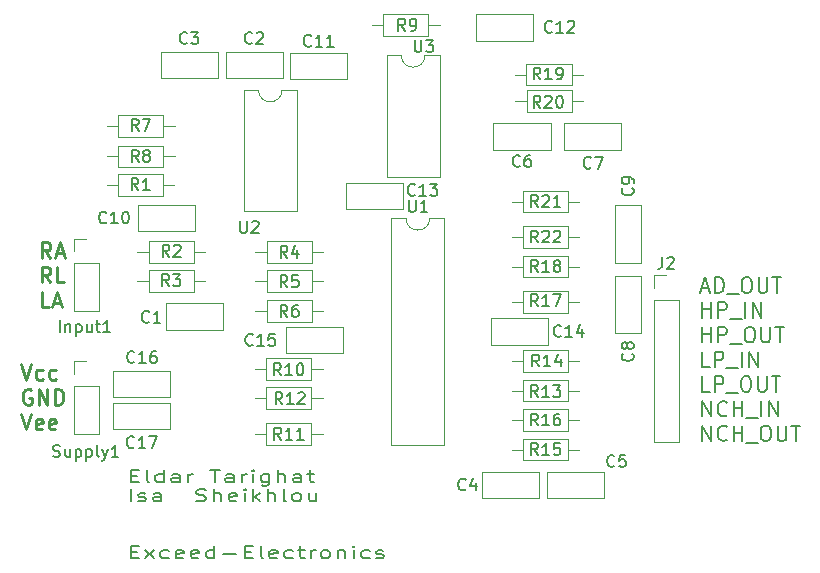
<source format=gbr>
%TF.GenerationSoftware,KiCad,Pcbnew,9.0.5*%
%TF.CreationDate,2025-10-16T11:43:33+03:30*%
%TF.ProjectId,ECG,4543472e-6b69-4636-9164-5f7063625858,rev?*%
%TF.SameCoordinates,Original*%
%TF.FileFunction,Legend,Top*%
%TF.FilePolarity,Positive*%
%FSLAX46Y46*%
G04 Gerber Fmt 4.6, Leading zero omitted, Abs format (unit mm)*
G04 Created by KiCad (PCBNEW 9.0.5) date 2025-10-16 11:43:33*
%MOMM*%
%LPD*%
G01*
G04 APERTURE LIST*
%ADD10C,0.200000*%
%ADD11C,0.260000*%
%ADD12C,0.160000*%
%ADD13C,0.150000*%
%ADD14C,0.120000*%
G04 APERTURE END LIST*
D10*
X86288720Y-108953633D02*
X86788720Y-108953633D01*
X87003006Y-109477443D02*
X86288720Y-109477443D01*
X86288720Y-109477443D02*
X86288720Y-108477443D01*
X86288720Y-108477443D02*
X87003006Y-108477443D01*
X87860149Y-109477443D02*
X87717292Y-109429824D01*
X87717292Y-109429824D02*
X87645863Y-109334585D01*
X87645863Y-109334585D02*
X87645863Y-108477443D01*
X89074435Y-109477443D02*
X89074435Y-108477443D01*
X89074435Y-109429824D02*
X88931577Y-109477443D01*
X88931577Y-109477443D02*
X88645863Y-109477443D01*
X88645863Y-109477443D02*
X88503006Y-109429824D01*
X88503006Y-109429824D02*
X88431577Y-109382204D01*
X88431577Y-109382204D02*
X88360149Y-109286966D01*
X88360149Y-109286966D02*
X88360149Y-109001252D01*
X88360149Y-109001252D02*
X88431577Y-108906014D01*
X88431577Y-108906014D02*
X88503006Y-108858395D01*
X88503006Y-108858395D02*
X88645863Y-108810776D01*
X88645863Y-108810776D02*
X88931577Y-108810776D01*
X88931577Y-108810776D02*
X89074435Y-108858395D01*
X90431578Y-109477443D02*
X90431578Y-108953633D01*
X90431578Y-108953633D02*
X90360149Y-108858395D01*
X90360149Y-108858395D02*
X90217292Y-108810776D01*
X90217292Y-108810776D02*
X89931578Y-108810776D01*
X89931578Y-108810776D02*
X89788720Y-108858395D01*
X90431578Y-109429824D02*
X90288720Y-109477443D01*
X90288720Y-109477443D02*
X89931578Y-109477443D01*
X89931578Y-109477443D02*
X89788720Y-109429824D01*
X89788720Y-109429824D02*
X89717292Y-109334585D01*
X89717292Y-109334585D02*
X89717292Y-109239347D01*
X89717292Y-109239347D02*
X89788720Y-109144109D01*
X89788720Y-109144109D02*
X89931578Y-109096490D01*
X89931578Y-109096490D02*
X90288720Y-109096490D01*
X90288720Y-109096490D02*
X90431578Y-109048871D01*
X91145863Y-109477443D02*
X91145863Y-108810776D01*
X91145863Y-109001252D02*
X91217292Y-108906014D01*
X91217292Y-108906014D02*
X91288721Y-108858395D01*
X91288721Y-108858395D02*
X91431578Y-108810776D01*
X91431578Y-108810776D02*
X91574435Y-108810776D01*
X93003006Y-108477443D02*
X93860149Y-108477443D01*
X93431577Y-109477443D02*
X93431577Y-108477443D01*
X95003006Y-109477443D02*
X95003006Y-108953633D01*
X95003006Y-108953633D02*
X94931577Y-108858395D01*
X94931577Y-108858395D02*
X94788720Y-108810776D01*
X94788720Y-108810776D02*
X94503006Y-108810776D01*
X94503006Y-108810776D02*
X94360148Y-108858395D01*
X95003006Y-109429824D02*
X94860148Y-109477443D01*
X94860148Y-109477443D02*
X94503006Y-109477443D01*
X94503006Y-109477443D02*
X94360148Y-109429824D01*
X94360148Y-109429824D02*
X94288720Y-109334585D01*
X94288720Y-109334585D02*
X94288720Y-109239347D01*
X94288720Y-109239347D02*
X94360148Y-109144109D01*
X94360148Y-109144109D02*
X94503006Y-109096490D01*
X94503006Y-109096490D02*
X94860148Y-109096490D01*
X94860148Y-109096490D02*
X95003006Y-109048871D01*
X95717291Y-109477443D02*
X95717291Y-108810776D01*
X95717291Y-109001252D02*
X95788720Y-108906014D01*
X95788720Y-108906014D02*
X95860149Y-108858395D01*
X95860149Y-108858395D02*
X96003006Y-108810776D01*
X96003006Y-108810776D02*
X96145863Y-108810776D01*
X96645862Y-109477443D02*
X96645862Y-108810776D01*
X96645862Y-108477443D02*
X96574434Y-108525062D01*
X96574434Y-108525062D02*
X96645862Y-108572681D01*
X96645862Y-108572681D02*
X96717291Y-108525062D01*
X96717291Y-108525062D02*
X96645862Y-108477443D01*
X96645862Y-108477443D02*
X96645862Y-108572681D01*
X98003006Y-108810776D02*
X98003006Y-109620300D01*
X98003006Y-109620300D02*
X97931577Y-109715538D01*
X97931577Y-109715538D02*
X97860148Y-109763157D01*
X97860148Y-109763157D02*
X97717291Y-109810776D01*
X97717291Y-109810776D02*
X97503006Y-109810776D01*
X97503006Y-109810776D02*
X97360148Y-109763157D01*
X98003006Y-109429824D02*
X97860148Y-109477443D01*
X97860148Y-109477443D02*
X97574434Y-109477443D01*
X97574434Y-109477443D02*
X97431577Y-109429824D01*
X97431577Y-109429824D02*
X97360148Y-109382204D01*
X97360148Y-109382204D02*
X97288720Y-109286966D01*
X97288720Y-109286966D02*
X97288720Y-109001252D01*
X97288720Y-109001252D02*
X97360148Y-108906014D01*
X97360148Y-108906014D02*
X97431577Y-108858395D01*
X97431577Y-108858395D02*
X97574434Y-108810776D01*
X97574434Y-108810776D02*
X97860148Y-108810776D01*
X97860148Y-108810776D02*
X98003006Y-108858395D01*
X98717291Y-109477443D02*
X98717291Y-108477443D01*
X99360149Y-109477443D02*
X99360149Y-108953633D01*
X99360149Y-108953633D02*
X99288720Y-108858395D01*
X99288720Y-108858395D02*
X99145863Y-108810776D01*
X99145863Y-108810776D02*
X98931577Y-108810776D01*
X98931577Y-108810776D02*
X98788720Y-108858395D01*
X98788720Y-108858395D02*
X98717291Y-108906014D01*
X100717292Y-109477443D02*
X100717292Y-108953633D01*
X100717292Y-108953633D02*
X100645863Y-108858395D01*
X100645863Y-108858395D02*
X100503006Y-108810776D01*
X100503006Y-108810776D02*
X100217292Y-108810776D01*
X100217292Y-108810776D02*
X100074434Y-108858395D01*
X100717292Y-109429824D02*
X100574434Y-109477443D01*
X100574434Y-109477443D02*
X100217292Y-109477443D01*
X100217292Y-109477443D02*
X100074434Y-109429824D01*
X100074434Y-109429824D02*
X100003006Y-109334585D01*
X100003006Y-109334585D02*
X100003006Y-109239347D01*
X100003006Y-109239347D02*
X100074434Y-109144109D01*
X100074434Y-109144109D02*
X100217292Y-109096490D01*
X100217292Y-109096490D02*
X100574434Y-109096490D01*
X100574434Y-109096490D02*
X100717292Y-109048871D01*
X101217292Y-108810776D02*
X101788720Y-108810776D01*
X101431577Y-108477443D02*
X101431577Y-109334585D01*
X101431577Y-109334585D02*
X101503006Y-109429824D01*
X101503006Y-109429824D02*
X101645863Y-109477443D01*
X101645863Y-109477443D02*
X101788720Y-109477443D01*
X86288720Y-111087387D02*
X86288720Y-110087387D01*
X86931578Y-111039768D02*
X87074435Y-111087387D01*
X87074435Y-111087387D02*
X87360149Y-111087387D01*
X87360149Y-111087387D02*
X87503006Y-111039768D01*
X87503006Y-111039768D02*
X87574435Y-110944529D01*
X87574435Y-110944529D02*
X87574435Y-110896910D01*
X87574435Y-110896910D02*
X87503006Y-110801672D01*
X87503006Y-110801672D02*
X87360149Y-110754053D01*
X87360149Y-110754053D02*
X87145864Y-110754053D01*
X87145864Y-110754053D02*
X87003006Y-110706434D01*
X87003006Y-110706434D02*
X86931578Y-110611196D01*
X86931578Y-110611196D02*
X86931578Y-110563577D01*
X86931578Y-110563577D02*
X87003006Y-110468339D01*
X87003006Y-110468339D02*
X87145864Y-110420720D01*
X87145864Y-110420720D02*
X87360149Y-110420720D01*
X87360149Y-110420720D02*
X87503006Y-110468339D01*
X88860150Y-111087387D02*
X88860150Y-110563577D01*
X88860150Y-110563577D02*
X88788721Y-110468339D01*
X88788721Y-110468339D02*
X88645864Y-110420720D01*
X88645864Y-110420720D02*
X88360150Y-110420720D01*
X88360150Y-110420720D02*
X88217292Y-110468339D01*
X88860150Y-111039768D02*
X88717292Y-111087387D01*
X88717292Y-111087387D02*
X88360150Y-111087387D01*
X88360150Y-111087387D02*
X88217292Y-111039768D01*
X88217292Y-111039768D02*
X88145864Y-110944529D01*
X88145864Y-110944529D02*
X88145864Y-110849291D01*
X88145864Y-110849291D02*
X88217292Y-110754053D01*
X88217292Y-110754053D02*
X88360150Y-110706434D01*
X88360150Y-110706434D02*
X88717292Y-110706434D01*
X88717292Y-110706434D02*
X88860150Y-110658815D01*
X91788721Y-111039768D02*
X92003007Y-111087387D01*
X92003007Y-111087387D02*
X92360149Y-111087387D01*
X92360149Y-111087387D02*
X92503007Y-111039768D01*
X92503007Y-111039768D02*
X92574435Y-110992148D01*
X92574435Y-110992148D02*
X92645864Y-110896910D01*
X92645864Y-110896910D02*
X92645864Y-110801672D01*
X92645864Y-110801672D02*
X92574435Y-110706434D01*
X92574435Y-110706434D02*
X92503007Y-110658815D01*
X92503007Y-110658815D02*
X92360149Y-110611196D01*
X92360149Y-110611196D02*
X92074435Y-110563577D01*
X92074435Y-110563577D02*
X91931578Y-110515958D01*
X91931578Y-110515958D02*
X91860149Y-110468339D01*
X91860149Y-110468339D02*
X91788721Y-110373101D01*
X91788721Y-110373101D02*
X91788721Y-110277863D01*
X91788721Y-110277863D02*
X91860149Y-110182625D01*
X91860149Y-110182625D02*
X91931578Y-110135006D01*
X91931578Y-110135006D02*
X92074435Y-110087387D01*
X92074435Y-110087387D02*
X92431578Y-110087387D01*
X92431578Y-110087387D02*
X92645864Y-110135006D01*
X93288720Y-111087387D02*
X93288720Y-110087387D01*
X93931578Y-111087387D02*
X93931578Y-110563577D01*
X93931578Y-110563577D02*
X93860149Y-110468339D01*
X93860149Y-110468339D02*
X93717292Y-110420720D01*
X93717292Y-110420720D02*
X93503006Y-110420720D01*
X93503006Y-110420720D02*
X93360149Y-110468339D01*
X93360149Y-110468339D02*
X93288720Y-110515958D01*
X95217292Y-111039768D02*
X95074435Y-111087387D01*
X95074435Y-111087387D02*
X94788721Y-111087387D01*
X94788721Y-111087387D02*
X94645863Y-111039768D01*
X94645863Y-111039768D02*
X94574435Y-110944529D01*
X94574435Y-110944529D02*
X94574435Y-110563577D01*
X94574435Y-110563577D02*
X94645863Y-110468339D01*
X94645863Y-110468339D02*
X94788721Y-110420720D01*
X94788721Y-110420720D02*
X95074435Y-110420720D01*
X95074435Y-110420720D02*
X95217292Y-110468339D01*
X95217292Y-110468339D02*
X95288721Y-110563577D01*
X95288721Y-110563577D02*
X95288721Y-110658815D01*
X95288721Y-110658815D02*
X94574435Y-110754053D01*
X95931577Y-111087387D02*
X95931577Y-110420720D01*
X95931577Y-110087387D02*
X95860149Y-110135006D01*
X95860149Y-110135006D02*
X95931577Y-110182625D01*
X95931577Y-110182625D02*
X96003006Y-110135006D01*
X96003006Y-110135006D02*
X95931577Y-110087387D01*
X95931577Y-110087387D02*
X95931577Y-110182625D01*
X96645863Y-111087387D02*
X96645863Y-110087387D01*
X96788721Y-110706434D02*
X97217292Y-111087387D01*
X97217292Y-110420720D02*
X96645863Y-110801672D01*
X97860149Y-111087387D02*
X97860149Y-110087387D01*
X98503007Y-111087387D02*
X98503007Y-110563577D01*
X98503007Y-110563577D02*
X98431578Y-110468339D01*
X98431578Y-110468339D02*
X98288721Y-110420720D01*
X98288721Y-110420720D02*
X98074435Y-110420720D01*
X98074435Y-110420720D02*
X97931578Y-110468339D01*
X97931578Y-110468339D02*
X97860149Y-110515958D01*
X99431578Y-111087387D02*
X99288721Y-111039768D01*
X99288721Y-111039768D02*
X99217292Y-110944529D01*
X99217292Y-110944529D02*
X99217292Y-110087387D01*
X100217292Y-111087387D02*
X100074435Y-111039768D01*
X100074435Y-111039768D02*
X100003006Y-110992148D01*
X100003006Y-110992148D02*
X99931578Y-110896910D01*
X99931578Y-110896910D02*
X99931578Y-110611196D01*
X99931578Y-110611196D02*
X100003006Y-110515958D01*
X100003006Y-110515958D02*
X100074435Y-110468339D01*
X100074435Y-110468339D02*
X100217292Y-110420720D01*
X100217292Y-110420720D02*
X100431578Y-110420720D01*
X100431578Y-110420720D02*
X100574435Y-110468339D01*
X100574435Y-110468339D02*
X100645864Y-110515958D01*
X100645864Y-110515958D02*
X100717292Y-110611196D01*
X100717292Y-110611196D02*
X100717292Y-110896910D01*
X100717292Y-110896910D02*
X100645864Y-110992148D01*
X100645864Y-110992148D02*
X100574435Y-111039768D01*
X100574435Y-111039768D02*
X100431578Y-111087387D01*
X100431578Y-111087387D02*
X100217292Y-111087387D01*
X102003007Y-110420720D02*
X102003007Y-111087387D01*
X101360149Y-110420720D02*
X101360149Y-110944529D01*
X101360149Y-110944529D02*
X101431578Y-111039768D01*
X101431578Y-111039768D02*
X101574435Y-111087387D01*
X101574435Y-111087387D02*
X101788721Y-111087387D01*
X101788721Y-111087387D02*
X101931578Y-111039768D01*
X101931578Y-111039768D02*
X102003007Y-110992148D01*
X86288720Y-115393409D02*
X86788720Y-115393409D01*
X87003006Y-115917219D02*
X86288720Y-115917219D01*
X86288720Y-115917219D02*
X86288720Y-114917219D01*
X86288720Y-114917219D02*
X87003006Y-114917219D01*
X87503006Y-115917219D02*
X88288721Y-115250552D01*
X87503006Y-115250552D02*
X88288721Y-115917219D01*
X89503007Y-115869600D02*
X89360149Y-115917219D01*
X89360149Y-115917219D02*
X89074435Y-115917219D01*
X89074435Y-115917219D02*
X88931578Y-115869600D01*
X88931578Y-115869600D02*
X88860149Y-115821980D01*
X88860149Y-115821980D02*
X88788721Y-115726742D01*
X88788721Y-115726742D02*
X88788721Y-115441028D01*
X88788721Y-115441028D02*
X88860149Y-115345790D01*
X88860149Y-115345790D02*
X88931578Y-115298171D01*
X88931578Y-115298171D02*
X89074435Y-115250552D01*
X89074435Y-115250552D02*
X89360149Y-115250552D01*
X89360149Y-115250552D02*
X89503007Y-115298171D01*
X90717292Y-115869600D02*
X90574435Y-115917219D01*
X90574435Y-115917219D02*
X90288721Y-115917219D01*
X90288721Y-115917219D02*
X90145863Y-115869600D01*
X90145863Y-115869600D02*
X90074435Y-115774361D01*
X90074435Y-115774361D02*
X90074435Y-115393409D01*
X90074435Y-115393409D02*
X90145863Y-115298171D01*
X90145863Y-115298171D02*
X90288721Y-115250552D01*
X90288721Y-115250552D02*
X90574435Y-115250552D01*
X90574435Y-115250552D02*
X90717292Y-115298171D01*
X90717292Y-115298171D02*
X90788721Y-115393409D01*
X90788721Y-115393409D02*
X90788721Y-115488647D01*
X90788721Y-115488647D02*
X90074435Y-115583885D01*
X92003006Y-115869600D02*
X91860149Y-115917219D01*
X91860149Y-115917219D02*
X91574435Y-115917219D01*
X91574435Y-115917219D02*
X91431577Y-115869600D01*
X91431577Y-115869600D02*
X91360149Y-115774361D01*
X91360149Y-115774361D02*
X91360149Y-115393409D01*
X91360149Y-115393409D02*
X91431577Y-115298171D01*
X91431577Y-115298171D02*
X91574435Y-115250552D01*
X91574435Y-115250552D02*
X91860149Y-115250552D01*
X91860149Y-115250552D02*
X92003006Y-115298171D01*
X92003006Y-115298171D02*
X92074435Y-115393409D01*
X92074435Y-115393409D02*
X92074435Y-115488647D01*
X92074435Y-115488647D02*
X91360149Y-115583885D01*
X93360149Y-115917219D02*
X93360149Y-114917219D01*
X93360149Y-115869600D02*
X93217291Y-115917219D01*
X93217291Y-115917219D02*
X92931577Y-115917219D01*
X92931577Y-115917219D02*
X92788720Y-115869600D01*
X92788720Y-115869600D02*
X92717291Y-115821980D01*
X92717291Y-115821980D02*
X92645863Y-115726742D01*
X92645863Y-115726742D02*
X92645863Y-115441028D01*
X92645863Y-115441028D02*
X92717291Y-115345790D01*
X92717291Y-115345790D02*
X92788720Y-115298171D01*
X92788720Y-115298171D02*
X92931577Y-115250552D01*
X92931577Y-115250552D02*
X93217291Y-115250552D01*
X93217291Y-115250552D02*
X93360149Y-115298171D01*
X94074434Y-115536266D02*
X95217292Y-115536266D01*
X95931577Y-115393409D02*
X96431577Y-115393409D01*
X96645863Y-115917219D02*
X95931577Y-115917219D01*
X95931577Y-115917219D02*
X95931577Y-114917219D01*
X95931577Y-114917219D02*
X96645863Y-114917219D01*
X97503006Y-115917219D02*
X97360149Y-115869600D01*
X97360149Y-115869600D02*
X97288720Y-115774361D01*
X97288720Y-115774361D02*
X97288720Y-114917219D01*
X98645863Y-115869600D02*
X98503006Y-115917219D01*
X98503006Y-115917219D02*
X98217292Y-115917219D01*
X98217292Y-115917219D02*
X98074434Y-115869600D01*
X98074434Y-115869600D02*
X98003006Y-115774361D01*
X98003006Y-115774361D02*
X98003006Y-115393409D01*
X98003006Y-115393409D02*
X98074434Y-115298171D01*
X98074434Y-115298171D02*
X98217292Y-115250552D01*
X98217292Y-115250552D02*
X98503006Y-115250552D01*
X98503006Y-115250552D02*
X98645863Y-115298171D01*
X98645863Y-115298171D02*
X98717292Y-115393409D01*
X98717292Y-115393409D02*
X98717292Y-115488647D01*
X98717292Y-115488647D02*
X98003006Y-115583885D01*
X100003006Y-115869600D02*
X99860148Y-115917219D01*
X99860148Y-115917219D02*
X99574434Y-115917219D01*
X99574434Y-115917219D02*
X99431577Y-115869600D01*
X99431577Y-115869600D02*
X99360148Y-115821980D01*
X99360148Y-115821980D02*
X99288720Y-115726742D01*
X99288720Y-115726742D02*
X99288720Y-115441028D01*
X99288720Y-115441028D02*
X99360148Y-115345790D01*
X99360148Y-115345790D02*
X99431577Y-115298171D01*
X99431577Y-115298171D02*
X99574434Y-115250552D01*
X99574434Y-115250552D02*
X99860148Y-115250552D01*
X99860148Y-115250552D02*
X100003006Y-115298171D01*
X100431577Y-115250552D02*
X101003005Y-115250552D01*
X100645862Y-114917219D02*
X100645862Y-115774361D01*
X100645862Y-115774361D02*
X100717291Y-115869600D01*
X100717291Y-115869600D02*
X100860148Y-115917219D01*
X100860148Y-115917219D02*
X101003005Y-115917219D01*
X101503005Y-115917219D02*
X101503005Y-115250552D01*
X101503005Y-115441028D02*
X101574434Y-115345790D01*
X101574434Y-115345790D02*
X101645863Y-115298171D01*
X101645863Y-115298171D02*
X101788720Y-115250552D01*
X101788720Y-115250552D02*
X101931577Y-115250552D01*
X102645862Y-115917219D02*
X102503005Y-115869600D01*
X102503005Y-115869600D02*
X102431576Y-115821980D01*
X102431576Y-115821980D02*
X102360148Y-115726742D01*
X102360148Y-115726742D02*
X102360148Y-115441028D01*
X102360148Y-115441028D02*
X102431576Y-115345790D01*
X102431576Y-115345790D02*
X102503005Y-115298171D01*
X102503005Y-115298171D02*
X102645862Y-115250552D01*
X102645862Y-115250552D02*
X102860148Y-115250552D01*
X102860148Y-115250552D02*
X103003005Y-115298171D01*
X103003005Y-115298171D02*
X103074434Y-115345790D01*
X103074434Y-115345790D02*
X103145862Y-115441028D01*
X103145862Y-115441028D02*
X103145862Y-115726742D01*
X103145862Y-115726742D02*
X103074434Y-115821980D01*
X103074434Y-115821980D02*
X103003005Y-115869600D01*
X103003005Y-115869600D02*
X102860148Y-115917219D01*
X102860148Y-115917219D02*
X102645862Y-115917219D01*
X103788719Y-115250552D02*
X103788719Y-115917219D01*
X103788719Y-115345790D02*
X103860148Y-115298171D01*
X103860148Y-115298171D02*
X104003005Y-115250552D01*
X104003005Y-115250552D02*
X104217291Y-115250552D01*
X104217291Y-115250552D02*
X104360148Y-115298171D01*
X104360148Y-115298171D02*
X104431577Y-115393409D01*
X104431577Y-115393409D02*
X104431577Y-115917219D01*
X105145862Y-115917219D02*
X105145862Y-115250552D01*
X105145862Y-114917219D02*
X105074434Y-114964838D01*
X105074434Y-114964838D02*
X105145862Y-115012457D01*
X105145862Y-115012457D02*
X105217291Y-114964838D01*
X105217291Y-114964838D02*
X105145862Y-114917219D01*
X105145862Y-114917219D02*
X105145862Y-115012457D01*
X106503006Y-115869600D02*
X106360148Y-115917219D01*
X106360148Y-115917219D02*
X106074434Y-115917219D01*
X106074434Y-115917219D02*
X105931577Y-115869600D01*
X105931577Y-115869600D02*
X105860148Y-115821980D01*
X105860148Y-115821980D02*
X105788720Y-115726742D01*
X105788720Y-115726742D02*
X105788720Y-115441028D01*
X105788720Y-115441028D02*
X105860148Y-115345790D01*
X105860148Y-115345790D02*
X105931577Y-115298171D01*
X105931577Y-115298171D02*
X106074434Y-115250552D01*
X106074434Y-115250552D02*
X106360148Y-115250552D01*
X106360148Y-115250552D02*
X106503006Y-115298171D01*
X107074434Y-115869600D02*
X107217291Y-115917219D01*
X107217291Y-115917219D02*
X107503005Y-115917219D01*
X107503005Y-115917219D02*
X107645862Y-115869600D01*
X107645862Y-115869600D02*
X107717291Y-115774361D01*
X107717291Y-115774361D02*
X107717291Y-115726742D01*
X107717291Y-115726742D02*
X107645862Y-115631504D01*
X107645862Y-115631504D02*
X107503005Y-115583885D01*
X107503005Y-115583885D02*
X107288720Y-115583885D01*
X107288720Y-115583885D02*
X107145862Y-115536266D01*
X107145862Y-115536266D02*
X107074434Y-115441028D01*
X107074434Y-115441028D02*
X107074434Y-115393409D01*
X107074434Y-115393409D02*
X107145862Y-115298171D01*
X107145862Y-115298171D02*
X107288720Y-115250552D01*
X107288720Y-115250552D02*
X107503005Y-115250552D01*
X107503005Y-115250552D02*
X107645862Y-115298171D01*
D11*
X79473432Y-90466530D02*
X79040099Y-89847483D01*
X78730575Y-90466530D02*
X78730575Y-89166530D01*
X78730575Y-89166530D02*
X79225813Y-89166530D01*
X79225813Y-89166530D02*
X79349623Y-89228435D01*
X79349623Y-89228435D02*
X79411528Y-89290340D01*
X79411528Y-89290340D02*
X79473432Y-89414149D01*
X79473432Y-89414149D02*
X79473432Y-89599864D01*
X79473432Y-89599864D02*
X79411528Y-89723673D01*
X79411528Y-89723673D02*
X79349623Y-89785578D01*
X79349623Y-89785578D02*
X79225813Y-89847483D01*
X79225813Y-89847483D02*
X78730575Y-89847483D01*
X79968671Y-90095102D02*
X80587718Y-90095102D01*
X79844861Y-90466530D02*
X80278194Y-89166530D01*
X80278194Y-89166530D02*
X80711528Y-90466530D01*
X79473432Y-92559457D02*
X79040099Y-91940410D01*
X78730575Y-92559457D02*
X78730575Y-91259457D01*
X78730575Y-91259457D02*
X79225813Y-91259457D01*
X79225813Y-91259457D02*
X79349623Y-91321362D01*
X79349623Y-91321362D02*
X79411528Y-91383267D01*
X79411528Y-91383267D02*
X79473432Y-91507076D01*
X79473432Y-91507076D02*
X79473432Y-91692791D01*
X79473432Y-91692791D02*
X79411528Y-91816600D01*
X79411528Y-91816600D02*
X79349623Y-91878505D01*
X79349623Y-91878505D02*
X79225813Y-91940410D01*
X79225813Y-91940410D02*
X78730575Y-91940410D01*
X80649623Y-92559457D02*
X80030575Y-92559457D01*
X80030575Y-92559457D02*
X80030575Y-91259457D01*
X79349623Y-94652384D02*
X78730575Y-94652384D01*
X78730575Y-94652384D02*
X78730575Y-93352384D01*
X79721052Y-94280956D02*
X80340099Y-94280956D01*
X79597242Y-94652384D02*
X80030575Y-93352384D01*
X80030575Y-93352384D02*
X80463909Y-94652384D01*
X76994861Y-99516530D02*
X77428194Y-100816530D01*
X77428194Y-100816530D02*
X77861528Y-99516530D01*
X78852004Y-100754626D02*
X78728195Y-100816530D01*
X78728195Y-100816530D02*
X78480576Y-100816530D01*
X78480576Y-100816530D02*
X78356766Y-100754626D01*
X78356766Y-100754626D02*
X78294861Y-100692721D01*
X78294861Y-100692721D02*
X78232957Y-100568911D01*
X78232957Y-100568911D02*
X78232957Y-100197483D01*
X78232957Y-100197483D02*
X78294861Y-100073673D01*
X78294861Y-100073673D02*
X78356766Y-100011768D01*
X78356766Y-100011768D02*
X78480576Y-99949864D01*
X78480576Y-99949864D02*
X78728195Y-99949864D01*
X78728195Y-99949864D02*
X78852004Y-100011768D01*
X79966290Y-100754626D02*
X79842481Y-100816530D01*
X79842481Y-100816530D02*
X79594862Y-100816530D01*
X79594862Y-100816530D02*
X79471052Y-100754626D01*
X79471052Y-100754626D02*
X79409147Y-100692721D01*
X79409147Y-100692721D02*
X79347243Y-100568911D01*
X79347243Y-100568911D02*
X79347243Y-100197483D01*
X79347243Y-100197483D02*
X79409147Y-100073673D01*
X79409147Y-100073673D02*
X79471052Y-100011768D01*
X79471052Y-100011768D02*
X79594862Y-99949864D01*
X79594862Y-99949864D02*
X79842481Y-99949864D01*
X79842481Y-99949864D02*
X79966290Y-100011768D01*
X77861528Y-101671362D02*
X77737718Y-101609457D01*
X77737718Y-101609457D02*
X77552004Y-101609457D01*
X77552004Y-101609457D02*
X77366290Y-101671362D01*
X77366290Y-101671362D02*
X77242480Y-101795172D01*
X77242480Y-101795172D02*
X77180575Y-101918981D01*
X77180575Y-101918981D02*
X77118671Y-102166600D01*
X77118671Y-102166600D02*
X77118671Y-102352314D01*
X77118671Y-102352314D02*
X77180575Y-102599933D01*
X77180575Y-102599933D02*
X77242480Y-102723743D01*
X77242480Y-102723743D02*
X77366290Y-102847553D01*
X77366290Y-102847553D02*
X77552004Y-102909457D01*
X77552004Y-102909457D02*
X77675813Y-102909457D01*
X77675813Y-102909457D02*
X77861528Y-102847553D01*
X77861528Y-102847553D02*
X77923432Y-102785648D01*
X77923432Y-102785648D02*
X77923432Y-102352314D01*
X77923432Y-102352314D02*
X77675813Y-102352314D01*
X78480575Y-102909457D02*
X78480575Y-101609457D01*
X78480575Y-101609457D02*
X79223432Y-102909457D01*
X79223432Y-102909457D02*
X79223432Y-101609457D01*
X79842480Y-102909457D02*
X79842480Y-101609457D01*
X79842480Y-101609457D02*
X80152004Y-101609457D01*
X80152004Y-101609457D02*
X80337718Y-101671362D01*
X80337718Y-101671362D02*
X80461528Y-101795172D01*
X80461528Y-101795172D02*
X80523433Y-101918981D01*
X80523433Y-101918981D02*
X80585337Y-102166600D01*
X80585337Y-102166600D02*
X80585337Y-102352314D01*
X80585337Y-102352314D02*
X80523433Y-102599933D01*
X80523433Y-102599933D02*
X80461528Y-102723743D01*
X80461528Y-102723743D02*
X80337718Y-102847553D01*
X80337718Y-102847553D02*
X80152004Y-102909457D01*
X80152004Y-102909457D02*
X79842480Y-102909457D01*
X76994861Y-103702384D02*
X77428194Y-105002384D01*
X77428194Y-105002384D02*
X77861528Y-103702384D01*
X78790099Y-104940480D02*
X78666290Y-105002384D01*
X78666290Y-105002384D02*
X78418671Y-105002384D01*
X78418671Y-105002384D02*
X78294861Y-104940480D01*
X78294861Y-104940480D02*
X78232957Y-104816670D01*
X78232957Y-104816670D02*
X78232957Y-104321432D01*
X78232957Y-104321432D02*
X78294861Y-104197622D01*
X78294861Y-104197622D02*
X78418671Y-104135718D01*
X78418671Y-104135718D02*
X78666290Y-104135718D01*
X78666290Y-104135718D02*
X78790099Y-104197622D01*
X78790099Y-104197622D02*
X78852004Y-104321432D01*
X78852004Y-104321432D02*
X78852004Y-104445241D01*
X78852004Y-104445241D02*
X78232957Y-104569051D01*
X79904385Y-104940480D02*
X79780576Y-105002384D01*
X79780576Y-105002384D02*
X79532957Y-105002384D01*
X79532957Y-105002384D02*
X79409147Y-104940480D01*
X79409147Y-104940480D02*
X79347243Y-104816670D01*
X79347243Y-104816670D02*
X79347243Y-104321432D01*
X79347243Y-104321432D02*
X79409147Y-104197622D01*
X79409147Y-104197622D02*
X79532957Y-104135718D01*
X79532957Y-104135718D02*
X79780576Y-104135718D01*
X79780576Y-104135718D02*
X79904385Y-104197622D01*
X79904385Y-104197622D02*
X79966290Y-104321432D01*
X79966290Y-104321432D02*
X79966290Y-104445241D01*
X79966290Y-104445241D02*
X79347243Y-104569051D01*
D12*
X134602882Y-93078594D02*
X135221929Y-93078594D01*
X134479072Y-93450022D02*
X134912405Y-92150022D01*
X134912405Y-92150022D02*
X135345739Y-93450022D01*
X135779072Y-93450022D02*
X135779072Y-92150022D01*
X135779072Y-92150022D02*
X136088596Y-92150022D01*
X136088596Y-92150022D02*
X136274310Y-92211927D01*
X136274310Y-92211927D02*
X136398120Y-92335737D01*
X136398120Y-92335737D02*
X136460025Y-92459546D01*
X136460025Y-92459546D02*
X136521929Y-92707165D01*
X136521929Y-92707165D02*
X136521929Y-92892879D01*
X136521929Y-92892879D02*
X136460025Y-93140498D01*
X136460025Y-93140498D02*
X136398120Y-93264308D01*
X136398120Y-93264308D02*
X136274310Y-93388118D01*
X136274310Y-93388118D02*
X136088596Y-93450022D01*
X136088596Y-93450022D02*
X135779072Y-93450022D01*
X136769549Y-93573832D02*
X137760025Y-93573832D01*
X138317167Y-92150022D02*
X138564786Y-92150022D01*
X138564786Y-92150022D02*
X138688596Y-92211927D01*
X138688596Y-92211927D02*
X138812405Y-92335737D01*
X138812405Y-92335737D02*
X138874310Y-92583356D01*
X138874310Y-92583356D02*
X138874310Y-93016689D01*
X138874310Y-93016689D02*
X138812405Y-93264308D01*
X138812405Y-93264308D02*
X138688596Y-93388118D01*
X138688596Y-93388118D02*
X138564786Y-93450022D01*
X138564786Y-93450022D02*
X138317167Y-93450022D01*
X138317167Y-93450022D02*
X138193358Y-93388118D01*
X138193358Y-93388118D02*
X138069548Y-93264308D01*
X138069548Y-93264308D02*
X138007644Y-93016689D01*
X138007644Y-93016689D02*
X138007644Y-92583356D01*
X138007644Y-92583356D02*
X138069548Y-92335737D01*
X138069548Y-92335737D02*
X138193358Y-92211927D01*
X138193358Y-92211927D02*
X138317167Y-92150022D01*
X139431453Y-92150022D02*
X139431453Y-93202403D01*
X139431453Y-93202403D02*
X139493358Y-93326213D01*
X139493358Y-93326213D02*
X139555263Y-93388118D01*
X139555263Y-93388118D02*
X139679072Y-93450022D01*
X139679072Y-93450022D02*
X139926691Y-93450022D01*
X139926691Y-93450022D02*
X140050501Y-93388118D01*
X140050501Y-93388118D02*
X140112406Y-93326213D01*
X140112406Y-93326213D02*
X140174310Y-93202403D01*
X140174310Y-93202403D02*
X140174310Y-92150022D01*
X140607644Y-92150022D02*
X141350501Y-92150022D01*
X140979073Y-93450022D02*
X140979073Y-92150022D01*
X134664786Y-95542949D02*
X134664786Y-94242949D01*
X134664786Y-94861997D02*
X135407643Y-94861997D01*
X135407643Y-95542949D02*
X135407643Y-94242949D01*
X136026691Y-95542949D02*
X136026691Y-94242949D01*
X136026691Y-94242949D02*
X136521929Y-94242949D01*
X136521929Y-94242949D02*
X136645739Y-94304854D01*
X136645739Y-94304854D02*
X136707644Y-94366759D01*
X136707644Y-94366759D02*
X136769548Y-94490568D01*
X136769548Y-94490568D02*
X136769548Y-94676283D01*
X136769548Y-94676283D02*
X136707644Y-94800092D01*
X136707644Y-94800092D02*
X136645739Y-94861997D01*
X136645739Y-94861997D02*
X136521929Y-94923902D01*
X136521929Y-94923902D02*
X136026691Y-94923902D01*
X137017168Y-95666759D02*
X138007644Y-95666759D01*
X138317167Y-95542949D02*
X138317167Y-94242949D01*
X138936215Y-95542949D02*
X138936215Y-94242949D01*
X138936215Y-94242949D02*
X139679072Y-95542949D01*
X139679072Y-95542949D02*
X139679072Y-94242949D01*
X134664786Y-97635876D02*
X134664786Y-96335876D01*
X134664786Y-96954924D02*
X135407643Y-96954924D01*
X135407643Y-97635876D02*
X135407643Y-96335876D01*
X136026691Y-97635876D02*
X136026691Y-96335876D01*
X136026691Y-96335876D02*
X136521929Y-96335876D01*
X136521929Y-96335876D02*
X136645739Y-96397781D01*
X136645739Y-96397781D02*
X136707644Y-96459686D01*
X136707644Y-96459686D02*
X136769548Y-96583495D01*
X136769548Y-96583495D02*
X136769548Y-96769210D01*
X136769548Y-96769210D02*
X136707644Y-96893019D01*
X136707644Y-96893019D02*
X136645739Y-96954924D01*
X136645739Y-96954924D02*
X136521929Y-97016829D01*
X136521929Y-97016829D02*
X136026691Y-97016829D01*
X137017168Y-97759686D02*
X138007644Y-97759686D01*
X138564786Y-96335876D02*
X138812405Y-96335876D01*
X138812405Y-96335876D02*
X138936215Y-96397781D01*
X138936215Y-96397781D02*
X139060024Y-96521591D01*
X139060024Y-96521591D02*
X139121929Y-96769210D01*
X139121929Y-96769210D02*
X139121929Y-97202543D01*
X139121929Y-97202543D02*
X139060024Y-97450162D01*
X139060024Y-97450162D02*
X138936215Y-97573972D01*
X138936215Y-97573972D02*
X138812405Y-97635876D01*
X138812405Y-97635876D02*
X138564786Y-97635876D01*
X138564786Y-97635876D02*
X138440977Y-97573972D01*
X138440977Y-97573972D02*
X138317167Y-97450162D01*
X138317167Y-97450162D02*
X138255263Y-97202543D01*
X138255263Y-97202543D02*
X138255263Y-96769210D01*
X138255263Y-96769210D02*
X138317167Y-96521591D01*
X138317167Y-96521591D02*
X138440977Y-96397781D01*
X138440977Y-96397781D02*
X138564786Y-96335876D01*
X139679072Y-96335876D02*
X139679072Y-97388257D01*
X139679072Y-97388257D02*
X139740977Y-97512067D01*
X139740977Y-97512067D02*
X139802882Y-97573972D01*
X139802882Y-97573972D02*
X139926691Y-97635876D01*
X139926691Y-97635876D02*
X140174310Y-97635876D01*
X140174310Y-97635876D02*
X140298120Y-97573972D01*
X140298120Y-97573972D02*
X140360025Y-97512067D01*
X140360025Y-97512067D02*
X140421929Y-97388257D01*
X140421929Y-97388257D02*
X140421929Y-96335876D01*
X140855263Y-96335876D02*
X141598120Y-96335876D01*
X141226692Y-97635876D02*
X141226692Y-96335876D01*
X135283834Y-99728803D02*
X134664786Y-99728803D01*
X134664786Y-99728803D02*
X134664786Y-98428803D01*
X135717167Y-99728803D02*
X135717167Y-98428803D01*
X135717167Y-98428803D02*
X136212405Y-98428803D01*
X136212405Y-98428803D02*
X136336215Y-98490708D01*
X136336215Y-98490708D02*
X136398120Y-98552613D01*
X136398120Y-98552613D02*
X136460024Y-98676422D01*
X136460024Y-98676422D02*
X136460024Y-98862137D01*
X136460024Y-98862137D02*
X136398120Y-98985946D01*
X136398120Y-98985946D02*
X136336215Y-99047851D01*
X136336215Y-99047851D02*
X136212405Y-99109756D01*
X136212405Y-99109756D02*
X135717167Y-99109756D01*
X136707644Y-99852613D02*
X137698120Y-99852613D01*
X138007643Y-99728803D02*
X138007643Y-98428803D01*
X138626691Y-99728803D02*
X138626691Y-98428803D01*
X138626691Y-98428803D02*
X139369548Y-99728803D01*
X139369548Y-99728803D02*
X139369548Y-98428803D01*
X135283834Y-101821730D02*
X134664786Y-101821730D01*
X134664786Y-101821730D02*
X134664786Y-100521730D01*
X135717167Y-101821730D02*
X135717167Y-100521730D01*
X135717167Y-100521730D02*
X136212405Y-100521730D01*
X136212405Y-100521730D02*
X136336215Y-100583635D01*
X136336215Y-100583635D02*
X136398120Y-100645540D01*
X136398120Y-100645540D02*
X136460024Y-100769349D01*
X136460024Y-100769349D02*
X136460024Y-100955064D01*
X136460024Y-100955064D02*
X136398120Y-101078873D01*
X136398120Y-101078873D02*
X136336215Y-101140778D01*
X136336215Y-101140778D02*
X136212405Y-101202683D01*
X136212405Y-101202683D02*
X135717167Y-101202683D01*
X136707644Y-101945540D02*
X137698120Y-101945540D01*
X138255262Y-100521730D02*
X138502881Y-100521730D01*
X138502881Y-100521730D02*
X138626691Y-100583635D01*
X138626691Y-100583635D02*
X138750500Y-100707445D01*
X138750500Y-100707445D02*
X138812405Y-100955064D01*
X138812405Y-100955064D02*
X138812405Y-101388397D01*
X138812405Y-101388397D02*
X138750500Y-101636016D01*
X138750500Y-101636016D02*
X138626691Y-101759826D01*
X138626691Y-101759826D02*
X138502881Y-101821730D01*
X138502881Y-101821730D02*
X138255262Y-101821730D01*
X138255262Y-101821730D02*
X138131453Y-101759826D01*
X138131453Y-101759826D02*
X138007643Y-101636016D01*
X138007643Y-101636016D02*
X137945739Y-101388397D01*
X137945739Y-101388397D02*
X137945739Y-100955064D01*
X137945739Y-100955064D02*
X138007643Y-100707445D01*
X138007643Y-100707445D02*
X138131453Y-100583635D01*
X138131453Y-100583635D02*
X138255262Y-100521730D01*
X139369548Y-100521730D02*
X139369548Y-101574111D01*
X139369548Y-101574111D02*
X139431453Y-101697921D01*
X139431453Y-101697921D02*
X139493358Y-101759826D01*
X139493358Y-101759826D02*
X139617167Y-101821730D01*
X139617167Y-101821730D02*
X139864786Y-101821730D01*
X139864786Y-101821730D02*
X139988596Y-101759826D01*
X139988596Y-101759826D02*
X140050501Y-101697921D01*
X140050501Y-101697921D02*
X140112405Y-101574111D01*
X140112405Y-101574111D02*
X140112405Y-100521730D01*
X140545739Y-100521730D02*
X141288596Y-100521730D01*
X140917168Y-101821730D02*
X140917168Y-100521730D01*
X134664786Y-103914657D02*
X134664786Y-102614657D01*
X134664786Y-102614657D02*
X135407643Y-103914657D01*
X135407643Y-103914657D02*
X135407643Y-102614657D01*
X136769548Y-103790848D02*
X136707644Y-103852753D01*
X136707644Y-103852753D02*
X136521929Y-103914657D01*
X136521929Y-103914657D02*
X136398120Y-103914657D01*
X136398120Y-103914657D02*
X136212406Y-103852753D01*
X136212406Y-103852753D02*
X136088596Y-103728943D01*
X136088596Y-103728943D02*
X136026691Y-103605133D01*
X136026691Y-103605133D02*
X135964787Y-103357514D01*
X135964787Y-103357514D02*
X135964787Y-103171800D01*
X135964787Y-103171800D02*
X136026691Y-102924181D01*
X136026691Y-102924181D02*
X136088596Y-102800372D01*
X136088596Y-102800372D02*
X136212406Y-102676562D01*
X136212406Y-102676562D02*
X136398120Y-102614657D01*
X136398120Y-102614657D02*
X136521929Y-102614657D01*
X136521929Y-102614657D02*
X136707644Y-102676562D01*
X136707644Y-102676562D02*
X136769548Y-102738467D01*
X137326691Y-103914657D02*
X137326691Y-102614657D01*
X137326691Y-103233705D02*
X138069548Y-103233705D01*
X138069548Y-103914657D02*
X138069548Y-102614657D01*
X138379073Y-104038467D02*
X139369549Y-104038467D01*
X139679072Y-103914657D02*
X139679072Y-102614657D01*
X140298120Y-103914657D02*
X140298120Y-102614657D01*
X140298120Y-102614657D02*
X141040977Y-103914657D01*
X141040977Y-103914657D02*
X141040977Y-102614657D01*
X134664786Y-106007584D02*
X134664786Y-104707584D01*
X134664786Y-104707584D02*
X135407643Y-106007584D01*
X135407643Y-106007584D02*
X135407643Y-104707584D01*
X136769548Y-105883775D02*
X136707644Y-105945680D01*
X136707644Y-105945680D02*
X136521929Y-106007584D01*
X136521929Y-106007584D02*
X136398120Y-106007584D01*
X136398120Y-106007584D02*
X136212406Y-105945680D01*
X136212406Y-105945680D02*
X136088596Y-105821870D01*
X136088596Y-105821870D02*
X136026691Y-105698060D01*
X136026691Y-105698060D02*
X135964787Y-105450441D01*
X135964787Y-105450441D02*
X135964787Y-105264727D01*
X135964787Y-105264727D02*
X136026691Y-105017108D01*
X136026691Y-105017108D02*
X136088596Y-104893299D01*
X136088596Y-104893299D02*
X136212406Y-104769489D01*
X136212406Y-104769489D02*
X136398120Y-104707584D01*
X136398120Y-104707584D02*
X136521929Y-104707584D01*
X136521929Y-104707584D02*
X136707644Y-104769489D01*
X136707644Y-104769489D02*
X136769548Y-104831394D01*
X137326691Y-106007584D02*
X137326691Y-104707584D01*
X137326691Y-105326632D02*
X138069548Y-105326632D01*
X138069548Y-106007584D02*
X138069548Y-104707584D01*
X138379073Y-106131394D02*
X139369549Y-106131394D01*
X139926691Y-104707584D02*
X140174310Y-104707584D01*
X140174310Y-104707584D02*
X140298120Y-104769489D01*
X140298120Y-104769489D02*
X140421929Y-104893299D01*
X140421929Y-104893299D02*
X140483834Y-105140918D01*
X140483834Y-105140918D02*
X140483834Y-105574251D01*
X140483834Y-105574251D02*
X140421929Y-105821870D01*
X140421929Y-105821870D02*
X140298120Y-105945680D01*
X140298120Y-105945680D02*
X140174310Y-106007584D01*
X140174310Y-106007584D02*
X139926691Y-106007584D01*
X139926691Y-106007584D02*
X139802882Y-105945680D01*
X139802882Y-105945680D02*
X139679072Y-105821870D01*
X139679072Y-105821870D02*
X139617168Y-105574251D01*
X139617168Y-105574251D02*
X139617168Y-105140918D01*
X139617168Y-105140918D02*
X139679072Y-104893299D01*
X139679072Y-104893299D02*
X139802882Y-104769489D01*
X139802882Y-104769489D02*
X139926691Y-104707584D01*
X141040977Y-104707584D02*
X141040977Y-105759965D01*
X141040977Y-105759965D02*
X141102882Y-105883775D01*
X141102882Y-105883775D02*
X141164787Y-105945680D01*
X141164787Y-105945680D02*
X141288596Y-106007584D01*
X141288596Y-106007584D02*
X141536215Y-106007584D01*
X141536215Y-106007584D02*
X141660025Y-105945680D01*
X141660025Y-105945680D02*
X141721930Y-105883775D01*
X141721930Y-105883775D02*
X141783834Y-105759965D01*
X141783834Y-105759965D02*
X141783834Y-104707584D01*
X142217168Y-104707584D02*
X142960025Y-104707584D01*
X142588597Y-106007584D02*
X142588597Y-104707584D01*
D13*
X84207142Y-87484580D02*
X84159523Y-87532200D01*
X84159523Y-87532200D02*
X84016666Y-87579819D01*
X84016666Y-87579819D02*
X83921428Y-87579819D01*
X83921428Y-87579819D02*
X83778571Y-87532200D01*
X83778571Y-87532200D02*
X83683333Y-87436961D01*
X83683333Y-87436961D02*
X83635714Y-87341723D01*
X83635714Y-87341723D02*
X83588095Y-87151247D01*
X83588095Y-87151247D02*
X83588095Y-87008390D01*
X83588095Y-87008390D02*
X83635714Y-86817914D01*
X83635714Y-86817914D02*
X83683333Y-86722676D01*
X83683333Y-86722676D02*
X83778571Y-86627438D01*
X83778571Y-86627438D02*
X83921428Y-86579819D01*
X83921428Y-86579819D02*
X84016666Y-86579819D01*
X84016666Y-86579819D02*
X84159523Y-86627438D01*
X84159523Y-86627438D02*
X84207142Y-86675057D01*
X85159523Y-87579819D02*
X84588095Y-87579819D01*
X84873809Y-87579819D02*
X84873809Y-86579819D01*
X84873809Y-86579819D02*
X84778571Y-86722676D01*
X84778571Y-86722676D02*
X84683333Y-86817914D01*
X84683333Y-86817914D02*
X84588095Y-86865533D01*
X85778571Y-86579819D02*
X85873809Y-86579819D01*
X85873809Y-86579819D02*
X85969047Y-86627438D01*
X85969047Y-86627438D02*
X86016666Y-86675057D01*
X86016666Y-86675057D02*
X86064285Y-86770295D01*
X86064285Y-86770295D02*
X86111904Y-86960771D01*
X86111904Y-86960771D02*
X86111904Y-87198866D01*
X86111904Y-87198866D02*
X86064285Y-87389342D01*
X86064285Y-87389342D02*
X86016666Y-87484580D01*
X86016666Y-87484580D02*
X85969047Y-87532200D01*
X85969047Y-87532200D02*
X85873809Y-87579819D01*
X85873809Y-87579819D02*
X85778571Y-87579819D01*
X85778571Y-87579819D02*
X85683333Y-87532200D01*
X85683333Y-87532200D02*
X85635714Y-87484580D01*
X85635714Y-87484580D02*
X85588095Y-87389342D01*
X85588095Y-87389342D02*
X85540476Y-87198866D01*
X85540476Y-87198866D02*
X85540476Y-86960771D01*
X85540476Y-86960771D02*
X85588095Y-86770295D01*
X85588095Y-86770295D02*
X85635714Y-86675057D01*
X85635714Y-86675057D02*
X85683333Y-86627438D01*
X85683333Y-86627438D02*
X85778571Y-86579819D01*
X120757142Y-89179819D02*
X120423809Y-88703628D01*
X120185714Y-89179819D02*
X120185714Y-88179819D01*
X120185714Y-88179819D02*
X120566666Y-88179819D01*
X120566666Y-88179819D02*
X120661904Y-88227438D01*
X120661904Y-88227438D02*
X120709523Y-88275057D01*
X120709523Y-88275057D02*
X120757142Y-88370295D01*
X120757142Y-88370295D02*
X120757142Y-88513152D01*
X120757142Y-88513152D02*
X120709523Y-88608390D01*
X120709523Y-88608390D02*
X120661904Y-88656009D01*
X120661904Y-88656009D02*
X120566666Y-88703628D01*
X120566666Y-88703628D02*
X120185714Y-88703628D01*
X121138095Y-88275057D02*
X121185714Y-88227438D01*
X121185714Y-88227438D02*
X121280952Y-88179819D01*
X121280952Y-88179819D02*
X121519047Y-88179819D01*
X121519047Y-88179819D02*
X121614285Y-88227438D01*
X121614285Y-88227438D02*
X121661904Y-88275057D01*
X121661904Y-88275057D02*
X121709523Y-88370295D01*
X121709523Y-88370295D02*
X121709523Y-88465533D01*
X121709523Y-88465533D02*
X121661904Y-88608390D01*
X121661904Y-88608390D02*
X121090476Y-89179819D01*
X121090476Y-89179819D02*
X121709523Y-89179819D01*
X122090476Y-88275057D02*
X122138095Y-88227438D01*
X122138095Y-88227438D02*
X122233333Y-88179819D01*
X122233333Y-88179819D02*
X122471428Y-88179819D01*
X122471428Y-88179819D02*
X122566666Y-88227438D01*
X122566666Y-88227438D02*
X122614285Y-88275057D01*
X122614285Y-88275057D02*
X122661904Y-88370295D01*
X122661904Y-88370295D02*
X122661904Y-88465533D01*
X122661904Y-88465533D02*
X122614285Y-88608390D01*
X122614285Y-88608390D02*
X122042857Y-89179819D01*
X122042857Y-89179819D02*
X122661904Y-89179819D01*
X86943333Y-79754819D02*
X86610000Y-79278628D01*
X86371905Y-79754819D02*
X86371905Y-78754819D01*
X86371905Y-78754819D02*
X86752857Y-78754819D01*
X86752857Y-78754819D02*
X86848095Y-78802438D01*
X86848095Y-78802438D02*
X86895714Y-78850057D01*
X86895714Y-78850057D02*
X86943333Y-78945295D01*
X86943333Y-78945295D02*
X86943333Y-79088152D01*
X86943333Y-79088152D02*
X86895714Y-79183390D01*
X86895714Y-79183390D02*
X86848095Y-79231009D01*
X86848095Y-79231009D02*
X86752857Y-79278628D01*
X86752857Y-79278628D02*
X86371905Y-79278628D01*
X87276667Y-78754819D02*
X87943333Y-78754819D01*
X87943333Y-78754819D02*
X87514762Y-79754819D01*
X101557142Y-72509580D02*
X101509523Y-72557200D01*
X101509523Y-72557200D02*
X101366666Y-72604819D01*
X101366666Y-72604819D02*
X101271428Y-72604819D01*
X101271428Y-72604819D02*
X101128571Y-72557200D01*
X101128571Y-72557200D02*
X101033333Y-72461961D01*
X101033333Y-72461961D02*
X100985714Y-72366723D01*
X100985714Y-72366723D02*
X100938095Y-72176247D01*
X100938095Y-72176247D02*
X100938095Y-72033390D01*
X100938095Y-72033390D02*
X100985714Y-71842914D01*
X100985714Y-71842914D02*
X101033333Y-71747676D01*
X101033333Y-71747676D02*
X101128571Y-71652438D01*
X101128571Y-71652438D02*
X101271428Y-71604819D01*
X101271428Y-71604819D02*
X101366666Y-71604819D01*
X101366666Y-71604819D02*
X101509523Y-71652438D01*
X101509523Y-71652438D02*
X101557142Y-71700057D01*
X102509523Y-72604819D02*
X101938095Y-72604819D01*
X102223809Y-72604819D02*
X102223809Y-71604819D01*
X102223809Y-71604819D02*
X102128571Y-71747676D01*
X102128571Y-71747676D02*
X102033333Y-71842914D01*
X102033333Y-71842914D02*
X101938095Y-71890533D01*
X103461904Y-72604819D02*
X102890476Y-72604819D01*
X103176190Y-72604819D02*
X103176190Y-71604819D01*
X103176190Y-71604819D02*
X103080952Y-71747676D01*
X103080952Y-71747676D02*
X102985714Y-71842914D01*
X102985714Y-71842914D02*
X102890476Y-71890533D01*
X79713095Y-107307200D02*
X79855952Y-107354819D01*
X79855952Y-107354819D02*
X80094047Y-107354819D01*
X80094047Y-107354819D02*
X80189285Y-107307200D01*
X80189285Y-107307200D02*
X80236904Y-107259580D01*
X80236904Y-107259580D02*
X80284523Y-107164342D01*
X80284523Y-107164342D02*
X80284523Y-107069104D01*
X80284523Y-107069104D02*
X80236904Y-106973866D01*
X80236904Y-106973866D02*
X80189285Y-106926247D01*
X80189285Y-106926247D02*
X80094047Y-106878628D01*
X80094047Y-106878628D02*
X79903571Y-106831009D01*
X79903571Y-106831009D02*
X79808333Y-106783390D01*
X79808333Y-106783390D02*
X79760714Y-106735771D01*
X79760714Y-106735771D02*
X79713095Y-106640533D01*
X79713095Y-106640533D02*
X79713095Y-106545295D01*
X79713095Y-106545295D02*
X79760714Y-106450057D01*
X79760714Y-106450057D02*
X79808333Y-106402438D01*
X79808333Y-106402438D02*
X79903571Y-106354819D01*
X79903571Y-106354819D02*
X80141666Y-106354819D01*
X80141666Y-106354819D02*
X80284523Y-106402438D01*
X81141666Y-106688152D02*
X81141666Y-107354819D01*
X80713095Y-106688152D02*
X80713095Y-107211961D01*
X80713095Y-107211961D02*
X80760714Y-107307200D01*
X80760714Y-107307200D02*
X80855952Y-107354819D01*
X80855952Y-107354819D02*
X80998809Y-107354819D01*
X80998809Y-107354819D02*
X81094047Y-107307200D01*
X81094047Y-107307200D02*
X81141666Y-107259580D01*
X81617857Y-106688152D02*
X81617857Y-107688152D01*
X81617857Y-106735771D02*
X81713095Y-106688152D01*
X81713095Y-106688152D02*
X81903571Y-106688152D01*
X81903571Y-106688152D02*
X81998809Y-106735771D01*
X81998809Y-106735771D02*
X82046428Y-106783390D01*
X82046428Y-106783390D02*
X82094047Y-106878628D01*
X82094047Y-106878628D02*
X82094047Y-107164342D01*
X82094047Y-107164342D02*
X82046428Y-107259580D01*
X82046428Y-107259580D02*
X81998809Y-107307200D01*
X81998809Y-107307200D02*
X81903571Y-107354819D01*
X81903571Y-107354819D02*
X81713095Y-107354819D01*
X81713095Y-107354819D02*
X81617857Y-107307200D01*
X82522619Y-106688152D02*
X82522619Y-107688152D01*
X82522619Y-106735771D02*
X82617857Y-106688152D01*
X82617857Y-106688152D02*
X82808333Y-106688152D01*
X82808333Y-106688152D02*
X82903571Y-106735771D01*
X82903571Y-106735771D02*
X82951190Y-106783390D01*
X82951190Y-106783390D02*
X82998809Y-106878628D01*
X82998809Y-106878628D02*
X82998809Y-107164342D01*
X82998809Y-107164342D02*
X82951190Y-107259580D01*
X82951190Y-107259580D02*
X82903571Y-107307200D01*
X82903571Y-107307200D02*
X82808333Y-107354819D01*
X82808333Y-107354819D02*
X82617857Y-107354819D01*
X82617857Y-107354819D02*
X82522619Y-107307200D01*
X83570238Y-107354819D02*
X83475000Y-107307200D01*
X83475000Y-107307200D02*
X83427381Y-107211961D01*
X83427381Y-107211961D02*
X83427381Y-106354819D01*
X83855953Y-106688152D02*
X84094048Y-107354819D01*
X84332143Y-106688152D02*
X84094048Y-107354819D01*
X84094048Y-107354819D02*
X83998810Y-107592914D01*
X83998810Y-107592914D02*
X83951191Y-107640533D01*
X83951191Y-107640533D02*
X83855953Y-107688152D01*
X85236905Y-107354819D02*
X84665477Y-107354819D01*
X84951191Y-107354819D02*
X84951191Y-106354819D01*
X84951191Y-106354819D02*
X84855953Y-106497676D01*
X84855953Y-106497676D02*
X84760715Y-106592914D01*
X84760715Y-106592914D02*
X84665477Y-106640533D01*
X99543333Y-95479819D02*
X99210000Y-95003628D01*
X98971905Y-95479819D02*
X98971905Y-94479819D01*
X98971905Y-94479819D02*
X99352857Y-94479819D01*
X99352857Y-94479819D02*
X99448095Y-94527438D01*
X99448095Y-94527438D02*
X99495714Y-94575057D01*
X99495714Y-94575057D02*
X99543333Y-94670295D01*
X99543333Y-94670295D02*
X99543333Y-94813152D01*
X99543333Y-94813152D02*
X99495714Y-94908390D01*
X99495714Y-94908390D02*
X99448095Y-94956009D01*
X99448095Y-94956009D02*
X99352857Y-95003628D01*
X99352857Y-95003628D02*
X98971905Y-95003628D01*
X100400476Y-94479819D02*
X100210000Y-94479819D01*
X100210000Y-94479819D02*
X100114762Y-94527438D01*
X100114762Y-94527438D02*
X100067143Y-94575057D01*
X100067143Y-94575057D02*
X99971905Y-94717914D01*
X99971905Y-94717914D02*
X99924286Y-94908390D01*
X99924286Y-94908390D02*
X99924286Y-95289342D01*
X99924286Y-95289342D02*
X99971905Y-95384580D01*
X99971905Y-95384580D02*
X100019524Y-95432200D01*
X100019524Y-95432200D02*
X100114762Y-95479819D01*
X100114762Y-95479819D02*
X100305238Y-95479819D01*
X100305238Y-95479819D02*
X100400476Y-95432200D01*
X100400476Y-95432200D02*
X100448095Y-95384580D01*
X100448095Y-95384580D02*
X100495714Y-95289342D01*
X100495714Y-95289342D02*
X100495714Y-95051247D01*
X100495714Y-95051247D02*
X100448095Y-94956009D01*
X100448095Y-94956009D02*
X100400476Y-94908390D01*
X100400476Y-94908390D02*
X100305238Y-94860771D01*
X100305238Y-94860771D02*
X100114762Y-94860771D01*
X100114762Y-94860771D02*
X100019524Y-94908390D01*
X100019524Y-94908390D02*
X99971905Y-94956009D01*
X99971905Y-94956009D02*
X99924286Y-95051247D01*
X86953333Y-82354819D02*
X86620000Y-81878628D01*
X86381905Y-82354819D02*
X86381905Y-81354819D01*
X86381905Y-81354819D02*
X86762857Y-81354819D01*
X86762857Y-81354819D02*
X86858095Y-81402438D01*
X86858095Y-81402438D02*
X86905714Y-81450057D01*
X86905714Y-81450057D02*
X86953333Y-81545295D01*
X86953333Y-81545295D02*
X86953333Y-81688152D01*
X86953333Y-81688152D02*
X86905714Y-81783390D01*
X86905714Y-81783390D02*
X86858095Y-81831009D01*
X86858095Y-81831009D02*
X86762857Y-81878628D01*
X86762857Y-81878628D02*
X86381905Y-81878628D01*
X87524762Y-81783390D02*
X87429524Y-81735771D01*
X87429524Y-81735771D02*
X87381905Y-81688152D01*
X87381905Y-81688152D02*
X87334286Y-81592914D01*
X87334286Y-81592914D02*
X87334286Y-81545295D01*
X87334286Y-81545295D02*
X87381905Y-81450057D01*
X87381905Y-81450057D02*
X87429524Y-81402438D01*
X87429524Y-81402438D02*
X87524762Y-81354819D01*
X87524762Y-81354819D02*
X87715238Y-81354819D01*
X87715238Y-81354819D02*
X87810476Y-81402438D01*
X87810476Y-81402438D02*
X87858095Y-81450057D01*
X87858095Y-81450057D02*
X87905714Y-81545295D01*
X87905714Y-81545295D02*
X87905714Y-81592914D01*
X87905714Y-81592914D02*
X87858095Y-81688152D01*
X87858095Y-81688152D02*
X87810476Y-81735771D01*
X87810476Y-81735771D02*
X87715238Y-81783390D01*
X87715238Y-81783390D02*
X87524762Y-81783390D01*
X87524762Y-81783390D02*
X87429524Y-81831009D01*
X87429524Y-81831009D02*
X87381905Y-81878628D01*
X87381905Y-81878628D02*
X87334286Y-81973866D01*
X87334286Y-81973866D02*
X87334286Y-82164342D01*
X87334286Y-82164342D02*
X87381905Y-82259580D01*
X87381905Y-82259580D02*
X87429524Y-82307200D01*
X87429524Y-82307200D02*
X87524762Y-82354819D01*
X87524762Y-82354819D02*
X87715238Y-82354819D01*
X87715238Y-82354819D02*
X87810476Y-82307200D01*
X87810476Y-82307200D02*
X87858095Y-82259580D01*
X87858095Y-82259580D02*
X87905714Y-82164342D01*
X87905714Y-82164342D02*
X87905714Y-81973866D01*
X87905714Y-81973866D02*
X87858095Y-81878628D01*
X87858095Y-81878628D02*
X87810476Y-81831009D01*
X87810476Y-81831009D02*
X87715238Y-81783390D01*
X120757142Y-94579819D02*
X120423809Y-94103628D01*
X120185714Y-94579819D02*
X120185714Y-93579819D01*
X120185714Y-93579819D02*
X120566666Y-93579819D01*
X120566666Y-93579819D02*
X120661904Y-93627438D01*
X120661904Y-93627438D02*
X120709523Y-93675057D01*
X120709523Y-93675057D02*
X120757142Y-93770295D01*
X120757142Y-93770295D02*
X120757142Y-93913152D01*
X120757142Y-93913152D02*
X120709523Y-94008390D01*
X120709523Y-94008390D02*
X120661904Y-94056009D01*
X120661904Y-94056009D02*
X120566666Y-94103628D01*
X120566666Y-94103628D02*
X120185714Y-94103628D01*
X121709523Y-94579819D02*
X121138095Y-94579819D01*
X121423809Y-94579819D02*
X121423809Y-93579819D01*
X121423809Y-93579819D02*
X121328571Y-93722676D01*
X121328571Y-93722676D02*
X121233333Y-93817914D01*
X121233333Y-93817914D02*
X121138095Y-93865533D01*
X122042857Y-93579819D02*
X122709523Y-93579819D01*
X122709523Y-93579819D02*
X122280952Y-94579819D01*
X120757142Y-102279819D02*
X120423809Y-101803628D01*
X120185714Y-102279819D02*
X120185714Y-101279819D01*
X120185714Y-101279819D02*
X120566666Y-101279819D01*
X120566666Y-101279819D02*
X120661904Y-101327438D01*
X120661904Y-101327438D02*
X120709523Y-101375057D01*
X120709523Y-101375057D02*
X120757142Y-101470295D01*
X120757142Y-101470295D02*
X120757142Y-101613152D01*
X120757142Y-101613152D02*
X120709523Y-101708390D01*
X120709523Y-101708390D02*
X120661904Y-101756009D01*
X120661904Y-101756009D02*
X120566666Y-101803628D01*
X120566666Y-101803628D02*
X120185714Y-101803628D01*
X121709523Y-102279819D02*
X121138095Y-102279819D01*
X121423809Y-102279819D02*
X121423809Y-101279819D01*
X121423809Y-101279819D02*
X121328571Y-101422676D01*
X121328571Y-101422676D02*
X121233333Y-101517914D01*
X121233333Y-101517914D02*
X121138095Y-101565533D01*
X122042857Y-101279819D02*
X122661904Y-101279819D01*
X122661904Y-101279819D02*
X122328571Y-101660771D01*
X122328571Y-101660771D02*
X122471428Y-101660771D01*
X122471428Y-101660771D02*
X122566666Y-101708390D01*
X122566666Y-101708390D02*
X122614285Y-101756009D01*
X122614285Y-101756009D02*
X122661904Y-101851247D01*
X122661904Y-101851247D02*
X122661904Y-102089342D01*
X122661904Y-102089342D02*
X122614285Y-102184580D01*
X122614285Y-102184580D02*
X122566666Y-102232200D01*
X122566666Y-102232200D02*
X122471428Y-102279819D01*
X122471428Y-102279819D02*
X122185714Y-102279819D01*
X122185714Y-102279819D02*
X122090476Y-102232200D01*
X122090476Y-102232200D02*
X122042857Y-102184580D01*
X119233333Y-82684580D02*
X119185714Y-82732200D01*
X119185714Y-82732200D02*
X119042857Y-82779819D01*
X119042857Y-82779819D02*
X118947619Y-82779819D01*
X118947619Y-82779819D02*
X118804762Y-82732200D01*
X118804762Y-82732200D02*
X118709524Y-82636961D01*
X118709524Y-82636961D02*
X118661905Y-82541723D01*
X118661905Y-82541723D02*
X118614286Y-82351247D01*
X118614286Y-82351247D02*
X118614286Y-82208390D01*
X118614286Y-82208390D02*
X118661905Y-82017914D01*
X118661905Y-82017914D02*
X118709524Y-81922676D01*
X118709524Y-81922676D02*
X118804762Y-81827438D01*
X118804762Y-81827438D02*
X118947619Y-81779819D01*
X118947619Y-81779819D02*
X119042857Y-81779819D01*
X119042857Y-81779819D02*
X119185714Y-81827438D01*
X119185714Y-81827438D02*
X119233333Y-81875057D01*
X120090476Y-81779819D02*
X119900000Y-81779819D01*
X119900000Y-81779819D02*
X119804762Y-81827438D01*
X119804762Y-81827438D02*
X119757143Y-81875057D01*
X119757143Y-81875057D02*
X119661905Y-82017914D01*
X119661905Y-82017914D02*
X119614286Y-82208390D01*
X119614286Y-82208390D02*
X119614286Y-82589342D01*
X119614286Y-82589342D02*
X119661905Y-82684580D01*
X119661905Y-82684580D02*
X119709524Y-82732200D01*
X119709524Y-82732200D02*
X119804762Y-82779819D01*
X119804762Y-82779819D02*
X119995238Y-82779819D01*
X119995238Y-82779819D02*
X120090476Y-82732200D01*
X120090476Y-82732200D02*
X120138095Y-82684580D01*
X120138095Y-82684580D02*
X120185714Y-82589342D01*
X120185714Y-82589342D02*
X120185714Y-82351247D01*
X120185714Y-82351247D02*
X120138095Y-82256009D01*
X120138095Y-82256009D02*
X120090476Y-82208390D01*
X120090476Y-82208390D02*
X119995238Y-82160771D01*
X119995238Y-82160771D02*
X119804762Y-82160771D01*
X119804762Y-82160771D02*
X119709524Y-82208390D01*
X119709524Y-82208390D02*
X119661905Y-82256009D01*
X119661905Y-82256009D02*
X119614286Y-82351247D01*
X114633333Y-110084580D02*
X114585714Y-110132200D01*
X114585714Y-110132200D02*
X114442857Y-110179819D01*
X114442857Y-110179819D02*
X114347619Y-110179819D01*
X114347619Y-110179819D02*
X114204762Y-110132200D01*
X114204762Y-110132200D02*
X114109524Y-110036961D01*
X114109524Y-110036961D02*
X114061905Y-109941723D01*
X114061905Y-109941723D02*
X114014286Y-109751247D01*
X114014286Y-109751247D02*
X114014286Y-109608390D01*
X114014286Y-109608390D02*
X114061905Y-109417914D01*
X114061905Y-109417914D02*
X114109524Y-109322676D01*
X114109524Y-109322676D02*
X114204762Y-109227438D01*
X114204762Y-109227438D02*
X114347619Y-109179819D01*
X114347619Y-109179819D02*
X114442857Y-109179819D01*
X114442857Y-109179819D02*
X114585714Y-109227438D01*
X114585714Y-109227438D02*
X114633333Y-109275057D01*
X115490476Y-109513152D02*
X115490476Y-110179819D01*
X115252381Y-109132200D02*
X115014286Y-109846485D01*
X115014286Y-109846485D02*
X115633333Y-109846485D01*
X120757142Y-107179819D02*
X120423809Y-106703628D01*
X120185714Y-107179819D02*
X120185714Y-106179819D01*
X120185714Y-106179819D02*
X120566666Y-106179819D01*
X120566666Y-106179819D02*
X120661904Y-106227438D01*
X120661904Y-106227438D02*
X120709523Y-106275057D01*
X120709523Y-106275057D02*
X120757142Y-106370295D01*
X120757142Y-106370295D02*
X120757142Y-106513152D01*
X120757142Y-106513152D02*
X120709523Y-106608390D01*
X120709523Y-106608390D02*
X120661904Y-106656009D01*
X120661904Y-106656009D02*
X120566666Y-106703628D01*
X120566666Y-106703628D02*
X120185714Y-106703628D01*
X121709523Y-107179819D02*
X121138095Y-107179819D01*
X121423809Y-107179819D02*
X121423809Y-106179819D01*
X121423809Y-106179819D02*
X121328571Y-106322676D01*
X121328571Y-106322676D02*
X121233333Y-106417914D01*
X121233333Y-106417914D02*
X121138095Y-106465533D01*
X122614285Y-106179819D02*
X122138095Y-106179819D01*
X122138095Y-106179819D02*
X122090476Y-106656009D01*
X122090476Y-106656009D02*
X122138095Y-106608390D01*
X122138095Y-106608390D02*
X122233333Y-106560771D01*
X122233333Y-106560771D02*
X122471428Y-106560771D01*
X122471428Y-106560771D02*
X122566666Y-106608390D01*
X122566666Y-106608390D02*
X122614285Y-106656009D01*
X122614285Y-106656009D02*
X122661904Y-106751247D01*
X122661904Y-106751247D02*
X122661904Y-106989342D01*
X122661904Y-106989342D02*
X122614285Y-107084580D01*
X122614285Y-107084580D02*
X122566666Y-107132200D01*
X122566666Y-107132200D02*
X122471428Y-107179819D01*
X122471428Y-107179819D02*
X122233333Y-107179819D01*
X122233333Y-107179819D02*
X122138095Y-107132200D01*
X122138095Y-107132200D02*
X122090476Y-107084580D01*
X80255952Y-96779819D02*
X80255952Y-95779819D01*
X80732142Y-96113152D02*
X80732142Y-96779819D01*
X80732142Y-96208390D02*
X80779761Y-96160771D01*
X80779761Y-96160771D02*
X80874999Y-96113152D01*
X80874999Y-96113152D02*
X81017856Y-96113152D01*
X81017856Y-96113152D02*
X81113094Y-96160771D01*
X81113094Y-96160771D02*
X81160713Y-96256009D01*
X81160713Y-96256009D02*
X81160713Y-96779819D01*
X81636904Y-96113152D02*
X81636904Y-97113152D01*
X81636904Y-96160771D02*
X81732142Y-96113152D01*
X81732142Y-96113152D02*
X81922618Y-96113152D01*
X81922618Y-96113152D02*
X82017856Y-96160771D01*
X82017856Y-96160771D02*
X82065475Y-96208390D01*
X82065475Y-96208390D02*
X82113094Y-96303628D01*
X82113094Y-96303628D02*
X82113094Y-96589342D01*
X82113094Y-96589342D02*
X82065475Y-96684580D01*
X82065475Y-96684580D02*
X82017856Y-96732200D01*
X82017856Y-96732200D02*
X81922618Y-96779819D01*
X81922618Y-96779819D02*
X81732142Y-96779819D01*
X81732142Y-96779819D02*
X81636904Y-96732200D01*
X82970237Y-96113152D02*
X82970237Y-96779819D01*
X82541666Y-96113152D02*
X82541666Y-96636961D01*
X82541666Y-96636961D02*
X82589285Y-96732200D01*
X82589285Y-96732200D02*
X82684523Y-96779819D01*
X82684523Y-96779819D02*
X82827380Y-96779819D01*
X82827380Y-96779819D02*
X82922618Y-96732200D01*
X82922618Y-96732200D02*
X82970237Y-96684580D01*
X83303571Y-96113152D02*
X83684523Y-96113152D01*
X83446428Y-95779819D02*
X83446428Y-96636961D01*
X83446428Y-96636961D02*
X83494047Y-96732200D01*
X83494047Y-96732200D02*
X83589285Y-96779819D01*
X83589285Y-96779819D02*
X83684523Y-96779819D01*
X84541666Y-96779819D02*
X83970238Y-96779819D01*
X84255952Y-96779819D02*
X84255952Y-95779819D01*
X84255952Y-95779819D02*
X84160714Y-95922676D01*
X84160714Y-95922676D02*
X84065476Y-96017914D01*
X84065476Y-96017914D02*
X83970238Y-96065533D01*
X120757142Y-91679819D02*
X120423809Y-91203628D01*
X120185714Y-91679819D02*
X120185714Y-90679819D01*
X120185714Y-90679819D02*
X120566666Y-90679819D01*
X120566666Y-90679819D02*
X120661904Y-90727438D01*
X120661904Y-90727438D02*
X120709523Y-90775057D01*
X120709523Y-90775057D02*
X120757142Y-90870295D01*
X120757142Y-90870295D02*
X120757142Y-91013152D01*
X120757142Y-91013152D02*
X120709523Y-91108390D01*
X120709523Y-91108390D02*
X120661904Y-91156009D01*
X120661904Y-91156009D02*
X120566666Y-91203628D01*
X120566666Y-91203628D02*
X120185714Y-91203628D01*
X121709523Y-91679819D02*
X121138095Y-91679819D01*
X121423809Y-91679819D02*
X121423809Y-90679819D01*
X121423809Y-90679819D02*
X121328571Y-90822676D01*
X121328571Y-90822676D02*
X121233333Y-90917914D01*
X121233333Y-90917914D02*
X121138095Y-90965533D01*
X122280952Y-91108390D02*
X122185714Y-91060771D01*
X122185714Y-91060771D02*
X122138095Y-91013152D01*
X122138095Y-91013152D02*
X122090476Y-90917914D01*
X122090476Y-90917914D02*
X122090476Y-90870295D01*
X122090476Y-90870295D02*
X122138095Y-90775057D01*
X122138095Y-90775057D02*
X122185714Y-90727438D01*
X122185714Y-90727438D02*
X122280952Y-90679819D01*
X122280952Y-90679819D02*
X122471428Y-90679819D01*
X122471428Y-90679819D02*
X122566666Y-90727438D01*
X122566666Y-90727438D02*
X122614285Y-90775057D01*
X122614285Y-90775057D02*
X122661904Y-90870295D01*
X122661904Y-90870295D02*
X122661904Y-90917914D01*
X122661904Y-90917914D02*
X122614285Y-91013152D01*
X122614285Y-91013152D02*
X122566666Y-91060771D01*
X122566666Y-91060771D02*
X122471428Y-91108390D01*
X122471428Y-91108390D02*
X122280952Y-91108390D01*
X122280952Y-91108390D02*
X122185714Y-91156009D01*
X122185714Y-91156009D02*
X122138095Y-91203628D01*
X122138095Y-91203628D02*
X122090476Y-91298866D01*
X122090476Y-91298866D02*
X122090476Y-91489342D01*
X122090476Y-91489342D02*
X122138095Y-91584580D01*
X122138095Y-91584580D02*
X122185714Y-91632200D01*
X122185714Y-91632200D02*
X122280952Y-91679819D01*
X122280952Y-91679819D02*
X122471428Y-91679819D01*
X122471428Y-91679819D02*
X122566666Y-91632200D01*
X122566666Y-91632200D02*
X122614285Y-91584580D01*
X122614285Y-91584580D02*
X122661904Y-91489342D01*
X122661904Y-91489342D02*
X122661904Y-91298866D01*
X122661904Y-91298866D02*
X122614285Y-91203628D01*
X122614285Y-91203628D02*
X122566666Y-91156009D01*
X122566666Y-91156009D02*
X122471428Y-91108390D01*
X110332142Y-85134580D02*
X110284523Y-85182200D01*
X110284523Y-85182200D02*
X110141666Y-85229819D01*
X110141666Y-85229819D02*
X110046428Y-85229819D01*
X110046428Y-85229819D02*
X109903571Y-85182200D01*
X109903571Y-85182200D02*
X109808333Y-85086961D01*
X109808333Y-85086961D02*
X109760714Y-84991723D01*
X109760714Y-84991723D02*
X109713095Y-84801247D01*
X109713095Y-84801247D02*
X109713095Y-84658390D01*
X109713095Y-84658390D02*
X109760714Y-84467914D01*
X109760714Y-84467914D02*
X109808333Y-84372676D01*
X109808333Y-84372676D02*
X109903571Y-84277438D01*
X109903571Y-84277438D02*
X110046428Y-84229819D01*
X110046428Y-84229819D02*
X110141666Y-84229819D01*
X110141666Y-84229819D02*
X110284523Y-84277438D01*
X110284523Y-84277438D02*
X110332142Y-84325057D01*
X111284523Y-85229819D02*
X110713095Y-85229819D01*
X110998809Y-85229819D02*
X110998809Y-84229819D01*
X110998809Y-84229819D02*
X110903571Y-84372676D01*
X110903571Y-84372676D02*
X110808333Y-84467914D01*
X110808333Y-84467914D02*
X110713095Y-84515533D01*
X111617857Y-84229819D02*
X112236904Y-84229819D01*
X112236904Y-84229819D02*
X111903571Y-84610771D01*
X111903571Y-84610771D02*
X112046428Y-84610771D01*
X112046428Y-84610771D02*
X112141666Y-84658390D01*
X112141666Y-84658390D02*
X112189285Y-84706009D01*
X112189285Y-84706009D02*
X112236904Y-84801247D01*
X112236904Y-84801247D02*
X112236904Y-85039342D01*
X112236904Y-85039342D02*
X112189285Y-85134580D01*
X112189285Y-85134580D02*
X112141666Y-85182200D01*
X112141666Y-85182200D02*
X112046428Y-85229819D01*
X112046428Y-85229819D02*
X111760714Y-85229819D01*
X111760714Y-85229819D02*
X111665476Y-85182200D01*
X111665476Y-85182200D02*
X111617857Y-85134580D01*
X87833333Y-95884580D02*
X87785714Y-95932200D01*
X87785714Y-95932200D02*
X87642857Y-95979819D01*
X87642857Y-95979819D02*
X87547619Y-95979819D01*
X87547619Y-95979819D02*
X87404762Y-95932200D01*
X87404762Y-95932200D02*
X87309524Y-95836961D01*
X87309524Y-95836961D02*
X87261905Y-95741723D01*
X87261905Y-95741723D02*
X87214286Y-95551247D01*
X87214286Y-95551247D02*
X87214286Y-95408390D01*
X87214286Y-95408390D02*
X87261905Y-95217914D01*
X87261905Y-95217914D02*
X87309524Y-95122676D01*
X87309524Y-95122676D02*
X87404762Y-95027438D01*
X87404762Y-95027438D02*
X87547619Y-94979819D01*
X87547619Y-94979819D02*
X87642857Y-94979819D01*
X87642857Y-94979819D02*
X87785714Y-95027438D01*
X87785714Y-95027438D02*
X87833333Y-95075057D01*
X88785714Y-95979819D02*
X88214286Y-95979819D01*
X88500000Y-95979819D02*
X88500000Y-94979819D01*
X88500000Y-94979819D02*
X88404762Y-95122676D01*
X88404762Y-95122676D02*
X88309524Y-95217914D01*
X88309524Y-95217914D02*
X88214286Y-95265533D01*
X96558333Y-72284580D02*
X96510714Y-72332200D01*
X96510714Y-72332200D02*
X96367857Y-72379819D01*
X96367857Y-72379819D02*
X96272619Y-72379819D01*
X96272619Y-72379819D02*
X96129762Y-72332200D01*
X96129762Y-72332200D02*
X96034524Y-72236961D01*
X96034524Y-72236961D02*
X95986905Y-72141723D01*
X95986905Y-72141723D02*
X95939286Y-71951247D01*
X95939286Y-71951247D02*
X95939286Y-71808390D01*
X95939286Y-71808390D02*
X95986905Y-71617914D01*
X95986905Y-71617914D02*
X96034524Y-71522676D01*
X96034524Y-71522676D02*
X96129762Y-71427438D01*
X96129762Y-71427438D02*
X96272619Y-71379819D01*
X96272619Y-71379819D02*
X96367857Y-71379819D01*
X96367857Y-71379819D02*
X96510714Y-71427438D01*
X96510714Y-71427438D02*
X96558333Y-71475057D01*
X96939286Y-71475057D02*
X96986905Y-71427438D01*
X96986905Y-71427438D02*
X97082143Y-71379819D01*
X97082143Y-71379819D02*
X97320238Y-71379819D01*
X97320238Y-71379819D02*
X97415476Y-71427438D01*
X97415476Y-71427438D02*
X97463095Y-71475057D01*
X97463095Y-71475057D02*
X97510714Y-71570295D01*
X97510714Y-71570295D02*
X97510714Y-71665533D01*
X97510714Y-71665533D02*
X97463095Y-71808390D01*
X97463095Y-71808390D02*
X96891667Y-72379819D01*
X96891667Y-72379819D02*
X97510714Y-72379819D01*
X109508333Y-71254819D02*
X109175000Y-70778628D01*
X108936905Y-71254819D02*
X108936905Y-70254819D01*
X108936905Y-70254819D02*
X109317857Y-70254819D01*
X109317857Y-70254819D02*
X109413095Y-70302438D01*
X109413095Y-70302438D02*
X109460714Y-70350057D01*
X109460714Y-70350057D02*
X109508333Y-70445295D01*
X109508333Y-70445295D02*
X109508333Y-70588152D01*
X109508333Y-70588152D02*
X109460714Y-70683390D01*
X109460714Y-70683390D02*
X109413095Y-70731009D01*
X109413095Y-70731009D02*
X109317857Y-70778628D01*
X109317857Y-70778628D02*
X108936905Y-70778628D01*
X109984524Y-71254819D02*
X110175000Y-71254819D01*
X110175000Y-71254819D02*
X110270238Y-71207200D01*
X110270238Y-71207200D02*
X110317857Y-71159580D01*
X110317857Y-71159580D02*
X110413095Y-71016723D01*
X110413095Y-71016723D02*
X110460714Y-70826247D01*
X110460714Y-70826247D02*
X110460714Y-70445295D01*
X110460714Y-70445295D02*
X110413095Y-70350057D01*
X110413095Y-70350057D02*
X110365476Y-70302438D01*
X110365476Y-70302438D02*
X110270238Y-70254819D01*
X110270238Y-70254819D02*
X110079762Y-70254819D01*
X110079762Y-70254819D02*
X109984524Y-70302438D01*
X109984524Y-70302438D02*
X109936905Y-70350057D01*
X109936905Y-70350057D02*
X109889286Y-70445295D01*
X109889286Y-70445295D02*
X109889286Y-70683390D01*
X109889286Y-70683390D02*
X109936905Y-70778628D01*
X109936905Y-70778628D02*
X109984524Y-70826247D01*
X109984524Y-70826247D02*
X110079762Y-70873866D01*
X110079762Y-70873866D02*
X110270238Y-70873866D01*
X110270238Y-70873866D02*
X110365476Y-70826247D01*
X110365476Y-70826247D02*
X110413095Y-70778628D01*
X110413095Y-70778628D02*
X110460714Y-70683390D01*
X95538095Y-87379819D02*
X95538095Y-88189342D01*
X95538095Y-88189342D02*
X95585714Y-88284580D01*
X95585714Y-88284580D02*
X95633333Y-88332200D01*
X95633333Y-88332200D02*
X95728571Y-88379819D01*
X95728571Y-88379819D02*
X95919047Y-88379819D01*
X95919047Y-88379819D02*
X96014285Y-88332200D01*
X96014285Y-88332200D02*
X96061904Y-88284580D01*
X96061904Y-88284580D02*
X96109523Y-88189342D01*
X96109523Y-88189342D02*
X96109523Y-87379819D01*
X96538095Y-87475057D02*
X96585714Y-87427438D01*
X96585714Y-87427438D02*
X96680952Y-87379819D01*
X96680952Y-87379819D02*
X96919047Y-87379819D01*
X96919047Y-87379819D02*
X97014285Y-87427438D01*
X97014285Y-87427438D02*
X97061904Y-87475057D01*
X97061904Y-87475057D02*
X97109523Y-87570295D01*
X97109523Y-87570295D02*
X97109523Y-87665533D01*
X97109523Y-87665533D02*
X97061904Y-87808390D01*
X97061904Y-87808390D02*
X96490476Y-88379819D01*
X96490476Y-88379819D02*
X97109523Y-88379819D01*
X109828095Y-85594819D02*
X109828095Y-86404342D01*
X109828095Y-86404342D02*
X109875714Y-86499580D01*
X109875714Y-86499580D02*
X109923333Y-86547200D01*
X109923333Y-86547200D02*
X110018571Y-86594819D01*
X110018571Y-86594819D02*
X110209047Y-86594819D01*
X110209047Y-86594819D02*
X110304285Y-86547200D01*
X110304285Y-86547200D02*
X110351904Y-86499580D01*
X110351904Y-86499580D02*
X110399523Y-86404342D01*
X110399523Y-86404342D02*
X110399523Y-85594819D01*
X111399523Y-86594819D02*
X110828095Y-86594819D01*
X111113809Y-86594819D02*
X111113809Y-85594819D01*
X111113809Y-85594819D02*
X111018571Y-85737676D01*
X111018571Y-85737676D02*
X110923333Y-85832914D01*
X110923333Y-85832914D02*
X110828095Y-85880533D01*
X121932142Y-71334580D02*
X121884523Y-71382200D01*
X121884523Y-71382200D02*
X121741666Y-71429819D01*
X121741666Y-71429819D02*
X121646428Y-71429819D01*
X121646428Y-71429819D02*
X121503571Y-71382200D01*
X121503571Y-71382200D02*
X121408333Y-71286961D01*
X121408333Y-71286961D02*
X121360714Y-71191723D01*
X121360714Y-71191723D02*
X121313095Y-71001247D01*
X121313095Y-71001247D02*
X121313095Y-70858390D01*
X121313095Y-70858390D02*
X121360714Y-70667914D01*
X121360714Y-70667914D02*
X121408333Y-70572676D01*
X121408333Y-70572676D02*
X121503571Y-70477438D01*
X121503571Y-70477438D02*
X121646428Y-70429819D01*
X121646428Y-70429819D02*
X121741666Y-70429819D01*
X121741666Y-70429819D02*
X121884523Y-70477438D01*
X121884523Y-70477438D02*
X121932142Y-70525057D01*
X122884523Y-71429819D02*
X122313095Y-71429819D01*
X122598809Y-71429819D02*
X122598809Y-70429819D01*
X122598809Y-70429819D02*
X122503571Y-70572676D01*
X122503571Y-70572676D02*
X122408333Y-70667914D01*
X122408333Y-70667914D02*
X122313095Y-70715533D01*
X123265476Y-70525057D02*
X123313095Y-70477438D01*
X123313095Y-70477438D02*
X123408333Y-70429819D01*
X123408333Y-70429819D02*
X123646428Y-70429819D01*
X123646428Y-70429819D02*
X123741666Y-70477438D01*
X123741666Y-70477438D02*
X123789285Y-70525057D01*
X123789285Y-70525057D02*
X123836904Y-70620295D01*
X123836904Y-70620295D02*
X123836904Y-70715533D01*
X123836904Y-70715533D02*
X123789285Y-70858390D01*
X123789285Y-70858390D02*
X123217857Y-71429819D01*
X123217857Y-71429819D02*
X123836904Y-71429819D01*
X122707142Y-97084580D02*
X122659523Y-97132200D01*
X122659523Y-97132200D02*
X122516666Y-97179819D01*
X122516666Y-97179819D02*
X122421428Y-97179819D01*
X122421428Y-97179819D02*
X122278571Y-97132200D01*
X122278571Y-97132200D02*
X122183333Y-97036961D01*
X122183333Y-97036961D02*
X122135714Y-96941723D01*
X122135714Y-96941723D02*
X122088095Y-96751247D01*
X122088095Y-96751247D02*
X122088095Y-96608390D01*
X122088095Y-96608390D02*
X122135714Y-96417914D01*
X122135714Y-96417914D02*
X122183333Y-96322676D01*
X122183333Y-96322676D02*
X122278571Y-96227438D01*
X122278571Y-96227438D02*
X122421428Y-96179819D01*
X122421428Y-96179819D02*
X122516666Y-96179819D01*
X122516666Y-96179819D02*
X122659523Y-96227438D01*
X122659523Y-96227438D02*
X122707142Y-96275057D01*
X123659523Y-97179819D02*
X123088095Y-97179819D01*
X123373809Y-97179819D02*
X123373809Y-96179819D01*
X123373809Y-96179819D02*
X123278571Y-96322676D01*
X123278571Y-96322676D02*
X123183333Y-96417914D01*
X123183333Y-96417914D02*
X123088095Y-96465533D01*
X124516666Y-96513152D02*
X124516666Y-97179819D01*
X124278571Y-96132200D02*
X124040476Y-96846485D01*
X124040476Y-96846485D02*
X124659523Y-96846485D01*
X99533333Y-90479819D02*
X99200000Y-90003628D01*
X98961905Y-90479819D02*
X98961905Y-89479819D01*
X98961905Y-89479819D02*
X99342857Y-89479819D01*
X99342857Y-89479819D02*
X99438095Y-89527438D01*
X99438095Y-89527438D02*
X99485714Y-89575057D01*
X99485714Y-89575057D02*
X99533333Y-89670295D01*
X99533333Y-89670295D02*
X99533333Y-89813152D01*
X99533333Y-89813152D02*
X99485714Y-89908390D01*
X99485714Y-89908390D02*
X99438095Y-89956009D01*
X99438095Y-89956009D02*
X99342857Y-90003628D01*
X99342857Y-90003628D02*
X98961905Y-90003628D01*
X100390476Y-89813152D02*
X100390476Y-90479819D01*
X100152381Y-89432200D02*
X99914286Y-90146485D01*
X99914286Y-90146485D02*
X100533333Y-90146485D01*
X120857142Y-99679819D02*
X120523809Y-99203628D01*
X120285714Y-99679819D02*
X120285714Y-98679819D01*
X120285714Y-98679819D02*
X120666666Y-98679819D01*
X120666666Y-98679819D02*
X120761904Y-98727438D01*
X120761904Y-98727438D02*
X120809523Y-98775057D01*
X120809523Y-98775057D02*
X120857142Y-98870295D01*
X120857142Y-98870295D02*
X120857142Y-99013152D01*
X120857142Y-99013152D02*
X120809523Y-99108390D01*
X120809523Y-99108390D02*
X120761904Y-99156009D01*
X120761904Y-99156009D02*
X120666666Y-99203628D01*
X120666666Y-99203628D02*
X120285714Y-99203628D01*
X121809523Y-99679819D02*
X121238095Y-99679819D01*
X121523809Y-99679819D02*
X121523809Y-98679819D01*
X121523809Y-98679819D02*
X121428571Y-98822676D01*
X121428571Y-98822676D02*
X121333333Y-98917914D01*
X121333333Y-98917914D02*
X121238095Y-98965533D01*
X122666666Y-99013152D02*
X122666666Y-99679819D01*
X122428571Y-98632200D02*
X122190476Y-99346485D01*
X122190476Y-99346485D02*
X122809523Y-99346485D01*
X89543333Y-90379819D02*
X89210000Y-89903628D01*
X88971905Y-90379819D02*
X88971905Y-89379819D01*
X88971905Y-89379819D02*
X89352857Y-89379819D01*
X89352857Y-89379819D02*
X89448095Y-89427438D01*
X89448095Y-89427438D02*
X89495714Y-89475057D01*
X89495714Y-89475057D02*
X89543333Y-89570295D01*
X89543333Y-89570295D02*
X89543333Y-89713152D01*
X89543333Y-89713152D02*
X89495714Y-89808390D01*
X89495714Y-89808390D02*
X89448095Y-89856009D01*
X89448095Y-89856009D02*
X89352857Y-89903628D01*
X89352857Y-89903628D02*
X88971905Y-89903628D01*
X89924286Y-89475057D02*
X89971905Y-89427438D01*
X89971905Y-89427438D02*
X90067143Y-89379819D01*
X90067143Y-89379819D02*
X90305238Y-89379819D01*
X90305238Y-89379819D02*
X90400476Y-89427438D01*
X90400476Y-89427438D02*
X90448095Y-89475057D01*
X90448095Y-89475057D02*
X90495714Y-89570295D01*
X90495714Y-89570295D02*
X90495714Y-89665533D01*
X90495714Y-89665533D02*
X90448095Y-89808390D01*
X90448095Y-89808390D02*
X89876667Y-90379819D01*
X89876667Y-90379819D02*
X90495714Y-90379819D01*
X125233333Y-82834580D02*
X125185714Y-82882200D01*
X125185714Y-82882200D02*
X125042857Y-82929819D01*
X125042857Y-82929819D02*
X124947619Y-82929819D01*
X124947619Y-82929819D02*
X124804762Y-82882200D01*
X124804762Y-82882200D02*
X124709524Y-82786961D01*
X124709524Y-82786961D02*
X124661905Y-82691723D01*
X124661905Y-82691723D02*
X124614286Y-82501247D01*
X124614286Y-82501247D02*
X124614286Y-82358390D01*
X124614286Y-82358390D02*
X124661905Y-82167914D01*
X124661905Y-82167914D02*
X124709524Y-82072676D01*
X124709524Y-82072676D02*
X124804762Y-81977438D01*
X124804762Y-81977438D02*
X124947619Y-81929819D01*
X124947619Y-81929819D02*
X125042857Y-81929819D01*
X125042857Y-81929819D02*
X125185714Y-81977438D01*
X125185714Y-81977438D02*
X125233333Y-82025057D01*
X125566667Y-81929819D02*
X126233333Y-81929819D01*
X126233333Y-81929819D02*
X125804762Y-82929819D01*
X120957142Y-77779819D02*
X120623809Y-77303628D01*
X120385714Y-77779819D02*
X120385714Y-76779819D01*
X120385714Y-76779819D02*
X120766666Y-76779819D01*
X120766666Y-76779819D02*
X120861904Y-76827438D01*
X120861904Y-76827438D02*
X120909523Y-76875057D01*
X120909523Y-76875057D02*
X120957142Y-76970295D01*
X120957142Y-76970295D02*
X120957142Y-77113152D01*
X120957142Y-77113152D02*
X120909523Y-77208390D01*
X120909523Y-77208390D02*
X120861904Y-77256009D01*
X120861904Y-77256009D02*
X120766666Y-77303628D01*
X120766666Y-77303628D02*
X120385714Y-77303628D01*
X121338095Y-76875057D02*
X121385714Y-76827438D01*
X121385714Y-76827438D02*
X121480952Y-76779819D01*
X121480952Y-76779819D02*
X121719047Y-76779819D01*
X121719047Y-76779819D02*
X121814285Y-76827438D01*
X121814285Y-76827438D02*
X121861904Y-76875057D01*
X121861904Y-76875057D02*
X121909523Y-76970295D01*
X121909523Y-76970295D02*
X121909523Y-77065533D01*
X121909523Y-77065533D02*
X121861904Y-77208390D01*
X121861904Y-77208390D02*
X121290476Y-77779819D01*
X121290476Y-77779819D02*
X121909523Y-77779819D01*
X122528571Y-76779819D02*
X122623809Y-76779819D01*
X122623809Y-76779819D02*
X122719047Y-76827438D01*
X122719047Y-76827438D02*
X122766666Y-76875057D01*
X122766666Y-76875057D02*
X122814285Y-76970295D01*
X122814285Y-76970295D02*
X122861904Y-77160771D01*
X122861904Y-77160771D02*
X122861904Y-77398866D01*
X122861904Y-77398866D02*
X122814285Y-77589342D01*
X122814285Y-77589342D02*
X122766666Y-77684580D01*
X122766666Y-77684580D02*
X122719047Y-77732200D01*
X122719047Y-77732200D02*
X122623809Y-77779819D01*
X122623809Y-77779819D02*
X122528571Y-77779819D01*
X122528571Y-77779819D02*
X122433333Y-77732200D01*
X122433333Y-77732200D02*
X122385714Y-77684580D01*
X122385714Y-77684580D02*
X122338095Y-77589342D01*
X122338095Y-77589342D02*
X122290476Y-77398866D01*
X122290476Y-77398866D02*
X122290476Y-77160771D01*
X122290476Y-77160771D02*
X122338095Y-76970295D01*
X122338095Y-76970295D02*
X122385714Y-76875057D01*
X122385714Y-76875057D02*
X122433333Y-76827438D01*
X122433333Y-76827438D02*
X122528571Y-76779819D01*
X99533333Y-92979819D02*
X99200000Y-92503628D01*
X98961905Y-92979819D02*
X98961905Y-91979819D01*
X98961905Y-91979819D02*
X99342857Y-91979819D01*
X99342857Y-91979819D02*
X99438095Y-92027438D01*
X99438095Y-92027438D02*
X99485714Y-92075057D01*
X99485714Y-92075057D02*
X99533333Y-92170295D01*
X99533333Y-92170295D02*
X99533333Y-92313152D01*
X99533333Y-92313152D02*
X99485714Y-92408390D01*
X99485714Y-92408390D02*
X99438095Y-92456009D01*
X99438095Y-92456009D02*
X99342857Y-92503628D01*
X99342857Y-92503628D02*
X98961905Y-92503628D01*
X100438095Y-91979819D02*
X99961905Y-91979819D01*
X99961905Y-91979819D02*
X99914286Y-92456009D01*
X99914286Y-92456009D02*
X99961905Y-92408390D01*
X99961905Y-92408390D02*
X100057143Y-92360771D01*
X100057143Y-92360771D02*
X100295238Y-92360771D01*
X100295238Y-92360771D02*
X100390476Y-92408390D01*
X100390476Y-92408390D02*
X100438095Y-92456009D01*
X100438095Y-92456009D02*
X100485714Y-92551247D01*
X100485714Y-92551247D02*
X100485714Y-92789342D01*
X100485714Y-92789342D02*
X100438095Y-92884580D01*
X100438095Y-92884580D02*
X100390476Y-92932200D01*
X100390476Y-92932200D02*
X100295238Y-92979819D01*
X100295238Y-92979819D02*
X100057143Y-92979819D01*
X100057143Y-92979819D02*
X99961905Y-92932200D01*
X99961905Y-92932200D02*
X99914286Y-92884580D01*
X110313095Y-72054819D02*
X110313095Y-72864342D01*
X110313095Y-72864342D02*
X110360714Y-72959580D01*
X110360714Y-72959580D02*
X110408333Y-73007200D01*
X110408333Y-73007200D02*
X110503571Y-73054819D01*
X110503571Y-73054819D02*
X110694047Y-73054819D01*
X110694047Y-73054819D02*
X110789285Y-73007200D01*
X110789285Y-73007200D02*
X110836904Y-72959580D01*
X110836904Y-72959580D02*
X110884523Y-72864342D01*
X110884523Y-72864342D02*
X110884523Y-72054819D01*
X111265476Y-72054819D02*
X111884523Y-72054819D01*
X111884523Y-72054819D02*
X111551190Y-72435771D01*
X111551190Y-72435771D02*
X111694047Y-72435771D01*
X111694047Y-72435771D02*
X111789285Y-72483390D01*
X111789285Y-72483390D02*
X111836904Y-72531009D01*
X111836904Y-72531009D02*
X111884523Y-72626247D01*
X111884523Y-72626247D02*
X111884523Y-72864342D01*
X111884523Y-72864342D02*
X111836904Y-72959580D01*
X111836904Y-72959580D02*
X111789285Y-73007200D01*
X111789285Y-73007200D02*
X111694047Y-73054819D01*
X111694047Y-73054819D02*
X111408333Y-73054819D01*
X111408333Y-73054819D02*
X111313095Y-73007200D01*
X111313095Y-73007200D02*
X111265476Y-72959580D01*
X128759580Y-98591666D02*
X128807200Y-98639285D01*
X128807200Y-98639285D02*
X128854819Y-98782142D01*
X128854819Y-98782142D02*
X128854819Y-98877380D01*
X128854819Y-98877380D02*
X128807200Y-99020237D01*
X128807200Y-99020237D02*
X128711961Y-99115475D01*
X128711961Y-99115475D02*
X128616723Y-99163094D01*
X128616723Y-99163094D02*
X128426247Y-99210713D01*
X128426247Y-99210713D02*
X128283390Y-99210713D01*
X128283390Y-99210713D02*
X128092914Y-99163094D01*
X128092914Y-99163094D02*
X127997676Y-99115475D01*
X127997676Y-99115475D02*
X127902438Y-99020237D01*
X127902438Y-99020237D02*
X127854819Y-98877380D01*
X127854819Y-98877380D02*
X127854819Y-98782142D01*
X127854819Y-98782142D02*
X127902438Y-98639285D01*
X127902438Y-98639285D02*
X127950057Y-98591666D01*
X128283390Y-98020237D02*
X128235771Y-98115475D01*
X128235771Y-98115475D02*
X128188152Y-98163094D01*
X128188152Y-98163094D02*
X128092914Y-98210713D01*
X128092914Y-98210713D02*
X128045295Y-98210713D01*
X128045295Y-98210713D02*
X127950057Y-98163094D01*
X127950057Y-98163094D02*
X127902438Y-98115475D01*
X127902438Y-98115475D02*
X127854819Y-98020237D01*
X127854819Y-98020237D02*
X127854819Y-97829761D01*
X127854819Y-97829761D02*
X127902438Y-97734523D01*
X127902438Y-97734523D02*
X127950057Y-97686904D01*
X127950057Y-97686904D02*
X128045295Y-97639285D01*
X128045295Y-97639285D02*
X128092914Y-97639285D01*
X128092914Y-97639285D02*
X128188152Y-97686904D01*
X128188152Y-97686904D02*
X128235771Y-97734523D01*
X128235771Y-97734523D02*
X128283390Y-97829761D01*
X128283390Y-97829761D02*
X128283390Y-98020237D01*
X128283390Y-98020237D02*
X128331009Y-98115475D01*
X128331009Y-98115475D02*
X128378628Y-98163094D01*
X128378628Y-98163094D02*
X128473866Y-98210713D01*
X128473866Y-98210713D02*
X128664342Y-98210713D01*
X128664342Y-98210713D02*
X128759580Y-98163094D01*
X128759580Y-98163094D02*
X128807200Y-98115475D01*
X128807200Y-98115475D02*
X128854819Y-98020237D01*
X128854819Y-98020237D02*
X128854819Y-97829761D01*
X128854819Y-97829761D02*
X128807200Y-97734523D01*
X128807200Y-97734523D02*
X128759580Y-97686904D01*
X128759580Y-97686904D02*
X128664342Y-97639285D01*
X128664342Y-97639285D02*
X128473866Y-97639285D01*
X128473866Y-97639285D02*
X128378628Y-97686904D01*
X128378628Y-97686904D02*
X128331009Y-97734523D01*
X128331009Y-97734523D02*
X128283390Y-97829761D01*
X99107142Y-102879819D02*
X98773809Y-102403628D01*
X98535714Y-102879819D02*
X98535714Y-101879819D01*
X98535714Y-101879819D02*
X98916666Y-101879819D01*
X98916666Y-101879819D02*
X99011904Y-101927438D01*
X99011904Y-101927438D02*
X99059523Y-101975057D01*
X99059523Y-101975057D02*
X99107142Y-102070295D01*
X99107142Y-102070295D02*
X99107142Y-102213152D01*
X99107142Y-102213152D02*
X99059523Y-102308390D01*
X99059523Y-102308390D02*
X99011904Y-102356009D01*
X99011904Y-102356009D02*
X98916666Y-102403628D01*
X98916666Y-102403628D02*
X98535714Y-102403628D01*
X100059523Y-102879819D02*
X99488095Y-102879819D01*
X99773809Y-102879819D02*
X99773809Y-101879819D01*
X99773809Y-101879819D02*
X99678571Y-102022676D01*
X99678571Y-102022676D02*
X99583333Y-102117914D01*
X99583333Y-102117914D02*
X99488095Y-102165533D01*
X100440476Y-101975057D02*
X100488095Y-101927438D01*
X100488095Y-101927438D02*
X100583333Y-101879819D01*
X100583333Y-101879819D02*
X100821428Y-101879819D01*
X100821428Y-101879819D02*
X100916666Y-101927438D01*
X100916666Y-101927438D02*
X100964285Y-101975057D01*
X100964285Y-101975057D02*
X101011904Y-102070295D01*
X101011904Y-102070295D02*
X101011904Y-102165533D01*
X101011904Y-102165533D02*
X100964285Y-102308390D01*
X100964285Y-102308390D02*
X100392857Y-102879819D01*
X100392857Y-102879819D02*
X101011904Y-102879819D01*
X99017142Y-105879819D02*
X98683809Y-105403628D01*
X98445714Y-105879819D02*
X98445714Y-104879819D01*
X98445714Y-104879819D02*
X98826666Y-104879819D01*
X98826666Y-104879819D02*
X98921904Y-104927438D01*
X98921904Y-104927438D02*
X98969523Y-104975057D01*
X98969523Y-104975057D02*
X99017142Y-105070295D01*
X99017142Y-105070295D02*
X99017142Y-105213152D01*
X99017142Y-105213152D02*
X98969523Y-105308390D01*
X98969523Y-105308390D02*
X98921904Y-105356009D01*
X98921904Y-105356009D02*
X98826666Y-105403628D01*
X98826666Y-105403628D02*
X98445714Y-105403628D01*
X99969523Y-105879819D02*
X99398095Y-105879819D01*
X99683809Y-105879819D02*
X99683809Y-104879819D01*
X99683809Y-104879819D02*
X99588571Y-105022676D01*
X99588571Y-105022676D02*
X99493333Y-105117914D01*
X99493333Y-105117914D02*
X99398095Y-105165533D01*
X100921904Y-105879819D02*
X100350476Y-105879819D01*
X100636190Y-105879819D02*
X100636190Y-104879819D01*
X100636190Y-104879819D02*
X100540952Y-105022676D01*
X100540952Y-105022676D02*
X100445714Y-105117914D01*
X100445714Y-105117914D02*
X100350476Y-105165533D01*
X86557142Y-106509580D02*
X86509523Y-106557200D01*
X86509523Y-106557200D02*
X86366666Y-106604819D01*
X86366666Y-106604819D02*
X86271428Y-106604819D01*
X86271428Y-106604819D02*
X86128571Y-106557200D01*
X86128571Y-106557200D02*
X86033333Y-106461961D01*
X86033333Y-106461961D02*
X85985714Y-106366723D01*
X85985714Y-106366723D02*
X85938095Y-106176247D01*
X85938095Y-106176247D02*
X85938095Y-106033390D01*
X85938095Y-106033390D02*
X85985714Y-105842914D01*
X85985714Y-105842914D02*
X86033333Y-105747676D01*
X86033333Y-105747676D02*
X86128571Y-105652438D01*
X86128571Y-105652438D02*
X86271428Y-105604819D01*
X86271428Y-105604819D02*
X86366666Y-105604819D01*
X86366666Y-105604819D02*
X86509523Y-105652438D01*
X86509523Y-105652438D02*
X86557142Y-105700057D01*
X87509523Y-106604819D02*
X86938095Y-106604819D01*
X87223809Y-106604819D02*
X87223809Y-105604819D01*
X87223809Y-105604819D02*
X87128571Y-105747676D01*
X87128571Y-105747676D02*
X87033333Y-105842914D01*
X87033333Y-105842914D02*
X86938095Y-105890533D01*
X87842857Y-105604819D02*
X88509523Y-105604819D01*
X88509523Y-105604819D02*
X88080952Y-106604819D01*
X120757142Y-86179819D02*
X120423809Y-85703628D01*
X120185714Y-86179819D02*
X120185714Y-85179819D01*
X120185714Y-85179819D02*
X120566666Y-85179819D01*
X120566666Y-85179819D02*
X120661904Y-85227438D01*
X120661904Y-85227438D02*
X120709523Y-85275057D01*
X120709523Y-85275057D02*
X120757142Y-85370295D01*
X120757142Y-85370295D02*
X120757142Y-85513152D01*
X120757142Y-85513152D02*
X120709523Y-85608390D01*
X120709523Y-85608390D02*
X120661904Y-85656009D01*
X120661904Y-85656009D02*
X120566666Y-85703628D01*
X120566666Y-85703628D02*
X120185714Y-85703628D01*
X121138095Y-85275057D02*
X121185714Y-85227438D01*
X121185714Y-85227438D02*
X121280952Y-85179819D01*
X121280952Y-85179819D02*
X121519047Y-85179819D01*
X121519047Y-85179819D02*
X121614285Y-85227438D01*
X121614285Y-85227438D02*
X121661904Y-85275057D01*
X121661904Y-85275057D02*
X121709523Y-85370295D01*
X121709523Y-85370295D02*
X121709523Y-85465533D01*
X121709523Y-85465533D02*
X121661904Y-85608390D01*
X121661904Y-85608390D02*
X121090476Y-86179819D01*
X121090476Y-86179819D02*
X121709523Y-86179819D01*
X122661904Y-86179819D02*
X122090476Y-86179819D01*
X122376190Y-86179819D02*
X122376190Y-85179819D01*
X122376190Y-85179819D02*
X122280952Y-85322676D01*
X122280952Y-85322676D02*
X122185714Y-85417914D01*
X122185714Y-85417914D02*
X122090476Y-85465533D01*
X86923333Y-84754819D02*
X86590000Y-84278628D01*
X86351905Y-84754819D02*
X86351905Y-83754819D01*
X86351905Y-83754819D02*
X86732857Y-83754819D01*
X86732857Y-83754819D02*
X86828095Y-83802438D01*
X86828095Y-83802438D02*
X86875714Y-83850057D01*
X86875714Y-83850057D02*
X86923333Y-83945295D01*
X86923333Y-83945295D02*
X86923333Y-84088152D01*
X86923333Y-84088152D02*
X86875714Y-84183390D01*
X86875714Y-84183390D02*
X86828095Y-84231009D01*
X86828095Y-84231009D02*
X86732857Y-84278628D01*
X86732857Y-84278628D02*
X86351905Y-84278628D01*
X87875714Y-84754819D02*
X87304286Y-84754819D01*
X87590000Y-84754819D02*
X87590000Y-83754819D01*
X87590000Y-83754819D02*
X87494762Y-83897676D01*
X87494762Y-83897676D02*
X87399524Y-83992914D01*
X87399524Y-83992914D02*
X87304286Y-84040533D01*
X131266666Y-90419819D02*
X131266666Y-91134104D01*
X131266666Y-91134104D02*
X131219047Y-91276961D01*
X131219047Y-91276961D02*
X131123809Y-91372200D01*
X131123809Y-91372200D02*
X130980952Y-91419819D01*
X130980952Y-91419819D02*
X130885714Y-91419819D01*
X131695238Y-90515057D02*
X131742857Y-90467438D01*
X131742857Y-90467438D02*
X131838095Y-90419819D01*
X131838095Y-90419819D02*
X132076190Y-90419819D01*
X132076190Y-90419819D02*
X132171428Y-90467438D01*
X132171428Y-90467438D02*
X132219047Y-90515057D01*
X132219047Y-90515057D02*
X132266666Y-90610295D01*
X132266666Y-90610295D02*
X132266666Y-90705533D01*
X132266666Y-90705533D02*
X132219047Y-90848390D01*
X132219047Y-90848390D02*
X131647619Y-91419819D01*
X131647619Y-91419819D02*
X132266666Y-91419819D01*
X120957142Y-75379819D02*
X120623809Y-74903628D01*
X120385714Y-75379819D02*
X120385714Y-74379819D01*
X120385714Y-74379819D02*
X120766666Y-74379819D01*
X120766666Y-74379819D02*
X120861904Y-74427438D01*
X120861904Y-74427438D02*
X120909523Y-74475057D01*
X120909523Y-74475057D02*
X120957142Y-74570295D01*
X120957142Y-74570295D02*
X120957142Y-74713152D01*
X120957142Y-74713152D02*
X120909523Y-74808390D01*
X120909523Y-74808390D02*
X120861904Y-74856009D01*
X120861904Y-74856009D02*
X120766666Y-74903628D01*
X120766666Y-74903628D02*
X120385714Y-74903628D01*
X121909523Y-75379819D02*
X121338095Y-75379819D01*
X121623809Y-75379819D02*
X121623809Y-74379819D01*
X121623809Y-74379819D02*
X121528571Y-74522676D01*
X121528571Y-74522676D02*
X121433333Y-74617914D01*
X121433333Y-74617914D02*
X121338095Y-74665533D01*
X122385714Y-75379819D02*
X122576190Y-75379819D01*
X122576190Y-75379819D02*
X122671428Y-75332200D01*
X122671428Y-75332200D02*
X122719047Y-75284580D01*
X122719047Y-75284580D02*
X122814285Y-75141723D01*
X122814285Y-75141723D02*
X122861904Y-74951247D01*
X122861904Y-74951247D02*
X122861904Y-74570295D01*
X122861904Y-74570295D02*
X122814285Y-74475057D01*
X122814285Y-74475057D02*
X122766666Y-74427438D01*
X122766666Y-74427438D02*
X122671428Y-74379819D01*
X122671428Y-74379819D02*
X122480952Y-74379819D01*
X122480952Y-74379819D02*
X122385714Y-74427438D01*
X122385714Y-74427438D02*
X122338095Y-74475057D01*
X122338095Y-74475057D02*
X122290476Y-74570295D01*
X122290476Y-74570295D02*
X122290476Y-74808390D01*
X122290476Y-74808390D02*
X122338095Y-74903628D01*
X122338095Y-74903628D02*
X122385714Y-74951247D01*
X122385714Y-74951247D02*
X122480952Y-74998866D01*
X122480952Y-74998866D02*
X122671428Y-74998866D01*
X122671428Y-74998866D02*
X122766666Y-74951247D01*
X122766666Y-74951247D02*
X122814285Y-74903628D01*
X122814285Y-74903628D02*
X122861904Y-74808390D01*
X128759580Y-84591666D02*
X128807200Y-84639285D01*
X128807200Y-84639285D02*
X128854819Y-84782142D01*
X128854819Y-84782142D02*
X128854819Y-84877380D01*
X128854819Y-84877380D02*
X128807200Y-85020237D01*
X128807200Y-85020237D02*
X128711961Y-85115475D01*
X128711961Y-85115475D02*
X128616723Y-85163094D01*
X128616723Y-85163094D02*
X128426247Y-85210713D01*
X128426247Y-85210713D02*
X128283390Y-85210713D01*
X128283390Y-85210713D02*
X128092914Y-85163094D01*
X128092914Y-85163094D02*
X127997676Y-85115475D01*
X127997676Y-85115475D02*
X127902438Y-85020237D01*
X127902438Y-85020237D02*
X127854819Y-84877380D01*
X127854819Y-84877380D02*
X127854819Y-84782142D01*
X127854819Y-84782142D02*
X127902438Y-84639285D01*
X127902438Y-84639285D02*
X127950057Y-84591666D01*
X128854819Y-84115475D02*
X128854819Y-83924999D01*
X128854819Y-83924999D02*
X128807200Y-83829761D01*
X128807200Y-83829761D02*
X128759580Y-83782142D01*
X128759580Y-83782142D02*
X128616723Y-83686904D01*
X128616723Y-83686904D02*
X128426247Y-83639285D01*
X128426247Y-83639285D02*
X128045295Y-83639285D01*
X128045295Y-83639285D02*
X127950057Y-83686904D01*
X127950057Y-83686904D02*
X127902438Y-83734523D01*
X127902438Y-83734523D02*
X127854819Y-83829761D01*
X127854819Y-83829761D02*
X127854819Y-84020237D01*
X127854819Y-84020237D02*
X127902438Y-84115475D01*
X127902438Y-84115475D02*
X127950057Y-84163094D01*
X127950057Y-84163094D02*
X128045295Y-84210713D01*
X128045295Y-84210713D02*
X128283390Y-84210713D01*
X128283390Y-84210713D02*
X128378628Y-84163094D01*
X128378628Y-84163094D02*
X128426247Y-84115475D01*
X128426247Y-84115475D02*
X128473866Y-84020237D01*
X128473866Y-84020237D02*
X128473866Y-83829761D01*
X128473866Y-83829761D02*
X128426247Y-83734523D01*
X128426247Y-83734523D02*
X128378628Y-83686904D01*
X128378628Y-83686904D02*
X128283390Y-83639285D01*
X86582142Y-99284580D02*
X86534523Y-99332200D01*
X86534523Y-99332200D02*
X86391666Y-99379819D01*
X86391666Y-99379819D02*
X86296428Y-99379819D01*
X86296428Y-99379819D02*
X86153571Y-99332200D01*
X86153571Y-99332200D02*
X86058333Y-99236961D01*
X86058333Y-99236961D02*
X86010714Y-99141723D01*
X86010714Y-99141723D02*
X85963095Y-98951247D01*
X85963095Y-98951247D02*
X85963095Y-98808390D01*
X85963095Y-98808390D02*
X86010714Y-98617914D01*
X86010714Y-98617914D02*
X86058333Y-98522676D01*
X86058333Y-98522676D02*
X86153571Y-98427438D01*
X86153571Y-98427438D02*
X86296428Y-98379819D01*
X86296428Y-98379819D02*
X86391666Y-98379819D01*
X86391666Y-98379819D02*
X86534523Y-98427438D01*
X86534523Y-98427438D02*
X86582142Y-98475057D01*
X87534523Y-99379819D02*
X86963095Y-99379819D01*
X87248809Y-99379819D02*
X87248809Y-98379819D01*
X87248809Y-98379819D02*
X87153571Y-98522676D01*
X87153571Y-98522676D02*
X87058333Y-98617914D01*
X87058333Y-98617914D02*
X86963095Y-98665533D01*
X88391666Y-98379819D02*
X88201190Y-98379819D01*
X88201190Y-98379819D02*
X88105952Y-98427438D01*
X88105952Y-98427438D02*
X88058333Y-98475057D01*
X88058333Y-98475057D02*
X87963095Y-98617914D01*
X87963095Y-98617914D02*
X87915476Y-98808390D01*
X87915476Y-98808390D02*
X87915476Y-99189342D01*
X87915476Y-99189342D02*
X87963095Y-99284580D01*
X87963095Y-99284580D02*
X88010714Y-99332200D01*
X88010714Y-99332200D02*
X88105952Y-99379819D01*
X88105952Y-99379819D02*
X88296428Y-99379819D01*
X88296428Y-99379819D02*
X88391666Y-99332200D01*
X88391666Y-99332200D02*
X88439285Y-99284580D01*
X88439285Y-99284580D02*
X88486904Y-99189342D01*
X88486904Y-99189342D02*
X88486904Y-98951247D01*
X88486904Y-98951247D02*
X88439285Y-98856009D01*
X88439285Y-98856009D02*
X88391666Y-98808390D01*
X88391666Y-98808390D02*
X88296428Y-98760771D01*
X88296428Y-98760771D02*
X88105952Y-98760771D01*
X88105952Y-98760771D02*
X88010714Y-98808390D01*
X88010714Y-98808390D02*
X87963095Y-98856009D01*
X87963095Y-98856009D02*
X87915476Y-98951247D01*
X91058333Y-72284580D02*
X91010714Y-72332200D01*
X91010714Y-72332200D02*
X90867857Y-72379819D01*
X90867857Y-72379819D02*
X90772619Y-72379819D01*
X90772619Y-72379819D02*
X90629762Y-72332200D01*
X90629762Y-72332200D02*
X90534524Y-72236961D01*
X90534524Y-72236961D02*
X90486905Y-72141723D01*
X90486905Y-72141723D02*
X90439286Y-71951247D01*
X90439286Y-71951247D02*
X90439286Y-71808390D01*
X90439286Y-71808390D02*
X90486905Y-71617914D01*
X90486905Y-71617914D02*
X90534524Y-71522676D01*
X90534524Y-71522676D02*
X90629762Y-71427438D01*
X90629762Y-71427438D02*
X90772619Y-71379819D01*
X90772619Y-71379819D02*
X90867857Y-71379819D01*
X90867857Y-71379819D02*
X91010714Y-71427438D01*
X91010714Y-71427438D02*
X91058333Y-71475057D01*
X91391667Y-71379819D02*
X92010714Y-71379819D01*
X92010714Y-71379819D02*
X91677381Y-71760771D01*
X91677381Y-71760771D02*
X91820238Y-71760771D01*
X91820238Y-71760771D02*
X91915476Y-71808390D01*
X91915476Y-71808390D02*
X91963095Y-71856009D01*
X91963095Y-71856009D02*
X92010714Y-71951247D01*
X92010714Y-71951247D02*
X92010714Y-72189342D01*
X92010714Y-72189342D02*
X91963095Y-72284580D01*
X91963095Y-72284580D02*
X91915476Y-72332200D01*
X91915476Y-72332200D02*
X91820238Y-72379819D01*
X91820238Y-72379819D02*
X91534524Y-72379819D01*
X91534524Y-72379819D02*
X91439286Y-72332200D01*
X91439286Y-72332200D02*
X91391667Y-72284580D01*
X98997142Y-100429819D02*
X98663809Y-99953628D01*
X98425714Y-100429819D02*
X98425714Y-99429819D01*
X98425714Y-99429819D02*
X98806666Y-99429819D01*
X98806666Y-99429819D02*
X98901904Y-99477438D01*
X98901904Y-99477438D02*
X98949523Y-99525057D01*
X98949523Y-99525057D02*
X98997142Y-99620295D01*
X98997142Y-99620295D02*
X98997142Y-99763152D01*
X98997142Y-99763152D02*
X98949523Y-99858390D01*
X98949523Y-99858390D02*
X98901904Y-99906009D01*
X98901904Y-99906009D02*
X98806666Y-99953628D01*
X98806666Y-99953628D02*
X98425714Y-99953628D01*
X99949523Y-100429819D02*
X99378095Y-100429819D01*
X99663809Y-100429819D02*
X99663809Y-99429819D01*
X99663809Y-99429819D02*
X99568571Y-99572676D01*
X99568571Y-99572676D02*
X99473333Y-99667914D01*
X99473333Y-99667914D02*
X99378095Y-99715533D01*
X100568571Y-99429819D02*
X100663809Y-99429819D01*
X100663809Y-99429819D02*
X100759047Y-99477438D01*
X100759047Y-99477438D02*
X100806666Y-99525057D01*
X100806666Y-99525057D02*
X100854285Y-99620295D01*
X100854285Y-99620295D02*
X100901904Y-99810771D01*
X100901904Y-99810771D02*
X100901904Y-100048866D01*
X100901904Y-100048866D02*
X100854285Y-100239342D01*
X100854285Y-100239342D02*
X100806666Y-100334580D01*
X100806666Y-100334580D02*
X100759047Y-100382200D01*
X100759047Y-100382200D02*
X100663809Y-100429819D01*
X100663809Y-100429819D02*
X100568571Y-100429819D01*
X100568571Y-100429819D02*
X100473333Y-100382200D01*
X100473333Y-100382200D02*
X100425714Y-100334580D01*
X100425714Y-100334580D02*
X100378095Y-100239342D01*
X100378095Y-100239342D02*
X100330476Y-100048866D01*
X100330476Y-100048866D02*
X100330476Y-99810771D01*
X100330476Y-99810771D02*
X100378095Y-99620295D01*
X100378095Y-99620295D02*
X100425714Y-99525057D01*
X100425714Y-99525057D02*
X100473333Y-99477438D01*
X100473333Y-99477438D02*
X100568571Y-99429819D01*
X120757142Y-104679819D02*
X120423809Y-104203628D01*
X120185714Y-104679819D02*
X120185714Y-103679819D01*
X120185714Y-103679819D02*
X120566666Y-103679819D01*
X120566666Y-103679819D02*
X120661904Y-103727438D01*
X120661904Y-103727438D02*
X120709523Y-103775057D01*
X120709523Y-103775057D02*
X120757142Y-103870295D01*
X120757142Y-103870295D02*
X120757142Y-104013152D01*
X120757142Y-104013152D02*
X120709523Y-104108390D01*
X120709523Y-104108390D02*
X120661904Y-104156009D01*
X120661904Y-104156009D02*
X120566666Y-104203628D01*
X120566666Y-104203628D02*
X120185714Y-104203628D01*
X121709523Y-104679819D02*
X121138095Y-104679819D01*
X121423809Y-104679819D02*
X121423809Y-103679819D01*
X121423809Y-103679819D02*
X121328571Y-103822676D01*
X121328571Y-103822676D02*
X121233333Y-103917914D01*
X121233333Y-103917914D02*
X121138095Y-103965533D01*
X122566666Y-103679819D02*
X122376190Y-103679819D01*
X122376190Y-103679819D02*
X122280952Y-103727438D01*
X122280952Y-103727438D02*
X122233333Y-103775057D01*
X122233333Y-103775057D02*
X122138095Y-103917914D01*
X122138095Y-103917914D02*
X122090476Y-104108390D01*
X122090476Y-104108390D02*
X122090476Y-104489342D01*
X122090476Y-104489342D02*
X122138095Y-104584580D01*
X122138095Y-104584580D02*
X122185714Y-104632200D01*
X122185714Y-104632200D02*
X122280952Y-104679819D01*
X122280952Y-104679819D02*
X122471428Y-104679819D01*
X122471428Y-104679819D02*
X122566666Y-104632200D01*
X122566666Y-104632200D02*
X122614285Y-104584580D01*
X122614285Y-104584580D02*
X122661904Y-104489342D01*
X122661904Y-104489342D02*
X122661904Y-104251247D01*
X122661904Y-104251247D02*
X122614285Y-104156009D01*
X122614285Y-104156009D02*
X122566666Y-104108390D01*
X122566666Y-104108390D02*
X122471428Y-104060771D01*
X122471428Y-104060771D02*
X122280952Y-104060771D01*
X122280952Y-104060771D02*
X122185714Y-104108390D01*
X122185714Y-104108390D02*
X122138095Y-104156009D01*
X122138095Y-104156009D02*
X122090476Y-104251247D01*
X89533333Y-92879819D02*
X89200000Y-92403628D01*
X88961905Y-92879819D02*
X88961905Y-91879819D01*
X88961905Y-91879819D02*
X89342857Y-91879819D01*
X89342857Y-91879819D02*
X89438095Y-91927438D01*
X89438095Y-91927438D02*
X89485714Y-91975057D01*
X89485714Y-91975057D02*
X89533333Y-92070295D01*
X89533333Y-92070295D02*
X89533333Y-92213152D01*
X89533333Y-92213152D02*
X89485714Y-92308390D01*
X89485714Y-92308390D02*
X89438095Y-92356009D01*
X89438095Y-92356009D02*
X89342857Y-92403628D01*
X89342857Y-92403628D02*
X88961905Y-92403628D01*
X89866667Y-91879819D02*
X90485714Y-91879819D01*
X90485714Y-91879819D02*
X90152381Y-92260771D01*
X90152381Y-92260771D02*
X90295238Y-92260771D01*
X90295238Y-92260771D02*
X90390476Y-92308390D01*
X90390476Y-92308390D02*
X90438095Y-92356009D01*
X90438095Y-92356009D02*
X90485714Y-92451247D01*
X90485714Y-92451247D02*
X90485714Y-92689342D01*
X90485714Y-92689342D02*
X90438095Y-92784580D01*
X90438095Y-92784580D02*
X90390476Y-92832200D01*
X90390476Y-92832200D02*
X90295238Y-92879819D01*
X90295238Y-92879819D02*
X90009524Y-92879819D01*
X90009524Y-92879819D02*
X89914286Y-92832200D01*
X89914286Y-92832200D02*
X89866667Y-92784580D01*
X96607142Y-97834580D02*
X96559523Y-97882200D01*
X96559523Y-97882200D02*
X96416666Y-97929819D01*
X96416666Y-97929819D02*
X96321428Y-97929819D01*
X96321428Y-97929819D02*
X96178571Y-97882200D01*
X96178571Y-97882200D02*
X96083333Y-97786961D01*
X96083333Y-97786961D02*
X96035714Y-97691723D01*
X96035714Y-97691723D02*
X95988095Y-97501247D01*
X95988095Y-97501247D02*
X95988095Y-97358390D01*
X95988095Y-97358390D02*
X96035714Y-97167914D01*
X96035714Y-97167914D02*
X96083333Y-97072676D01*
X96083333Y-97072676D02*
X96178571Y-96977438D01*
X96178571Y-96977438D02*
X96321428Y-96929819D01*
X96321428Y-96929819D02*
X96416666Y-96929819D01*
X96416666Y-96929819D02*
X96559523Y-96977438D01*
X96559523Y-96977438D02*
X96607142Y-97025057D01*
X97559523Y-97929819D02*
X96988095Y-97929819D01*
X97273809Y-97929819D02*
X97273809Y-96929819D01*
X97273809Y-96929819D02*
X97178571Y-97072676D01*
X97178571Y-97072676D02*
X97083333Y-97167914D01*
X97083333Y-97167914D02*
X96988095Y-97215533D01*
X98464285Y-96929819D02*
X97988095Y-96929819D01*
X97988095Y-96929819D02*
X97940476Y-97406009D01*
X97940476Y-97406009D02*
X97988095Y-97358390D01*
X97988095Y-97358390D02*
X98083333Y-97310771D01*
X98083333Y-97310771D02*
X98321428Y-97310771D01*
X98321428Y-97310771D02*
X98416666Y-97358390D01*
X98416666Y-97358390D02*
X98464285Y-97406009D01*
X98464285Y-97406009D02*
X98511904Y-97501247D01*
X98511904Y-97501247D02*
X98511904Y-97739342D01*
X98511904Y-97739342D02*
X98464285Y-97834580D01*
X98464285Y-97834580D02*
X98416666Y-97882200D01*
X98416666Y-97882200D02*
X98321428Y-97929819D01*
X98321428Y-97929819D02*
X98083333Y-97929819D01*
X98083333Y-97929819D02*
X97988095Y-97882200D01*
X97988095Y-97882200D02*
X97940476Y-97834580D01*
X127233333Y-108084580D02*
X127185714Y-108132200D01*
X127185714Y-108132200D02*
X127042857Y-108179819D01*
X127042857Y-108179819D02*
X126947619Y-108179819D01*
X126947619Y-108179819D02*
X126804762Y-108132200D01*
X126804762Y-108132200D02*
X126709524Y-108036961D01*
X126709524Y-108036961D02*
X126661905Y-107941723D01*
X126661905Y-107941723D02*
X126614286Y-107751247D01*
X126614286Y-107751247D02*
X126614286Y-107608390D01*
X126614286Y-107608390D02*
X126661905Y-107417914D01*
X126661905Y-107417914D02*
X126709524Y-107322676D01*
X126709524Y-107322676D02*
X126804762Y-107227438D01*
X126804762Y-107227438D02*
X126947619Y-107179819D01*
X126947619Y-107179819D02*
X127042857Y-107179819D01*
X127042857Y-107179819D02*
X127185714Y-107227438D01*
X127185714Y-107227438D02*
X127233333Y-107275057D01*
X128138095Y-107179819D02*
X127661905Y-107179819D01*
X127661905Y-107179819D02*
X127614286Y-107656009D01*
X127614286Y-107656009D02*
X127661905Y-107608390D01*
X127661905Y-107608390D02*
X127757143Y-107560771D01*
X127757143Y-107560771D02*
X127995238Y-107560771D01*
X127995238Y-107560771D02*
X128090476Y-107608390D01*
X128090476Y-107608390D02*
X128138095Y-107656009D01*
X128138095Y-107656009D02*
X128185714Y-107751247D01*
X128185714Y-107751247D02*
X128185714Y-107989342D01*
X128185714Y-107989342D02*
X128138095Y-108084580D01*
X128138095Y-108084580D02*
X128090476Y-108132200D01*
X128090476Y-108132200D02*
X127995238Y-108179819D01*
X127995238Y-108179819D02*
X127757143Y-108179819D01*
X127757143Y-108179819D02*
X127661905Y-108132200D01*
X127661905Y-108132200D02*
X127614286Y-108084580D01*
D14*
%TO.C,C10*%
X86855000Y-88245000D02*
X86855000Y-86005000D01*
X91695000Y-86005000D02*
X86855000Y-86005000D01*
X91695000Y-88245000D02*
X86855000Y-88245000D01*
X91695000Y-88245000D02*
X91695000Y-86005000D01*
%TO.C,R22*%
X118530000Y-88725000D02*
X119480000Y-88725000D01*
X119480000Y-87805000D02*
X119480000Y-89645000D01*
X119480000Y-89645000D02*
X123320000Y-89645000D01*
X123320000Y-87805000D02*
X119480000Y-87805000D01*
X123320000Y-89645000D02*
X123320000Y-87805000D01*
X124270000Y-88725000D02*
X123320000Y-88725000D01*
%TO.C,R7*%
X84250000Y-79300000D02*
X85200000Y-79300000D01*
X85200000Y-78380000D02*
X85200000Y-80220000D01*
X85200000Y-80220000D02*
X89040000Y-80220000D01*
X89040000Y-78380000D02*
X85200000Y-78380000D01*
X89040000Y-80220000D02*
X89040000Y-78380000D01*
X89990000Y-79300000D02*
X89040000Y-79300000D01*
%TO.C,C11*%
X99755000Y-75345000D02*
X99755000Y-73105000D01*
X104595000Y-73105000D02*
X99755000Y-73105000D01*
X104595000Y-75345000D02*
X99755000Y-75345000D01*
X104595000Y-75345000D02*
X104595000Y-73105000D01*
%TO.C,Supply1*%
X81440000Y-99265000D02*
X82500000Y-99265000D01*
X81440000Y-100325000D02*
X81440000Y-99265000D01*
X81440000Y-101325000D02*
X81440000Y-105385000D01*
X81440000Y-101325000D02*
X83560000Y-101325000D01*
X81440000Y-105385000D02*
X83560000Y-105385000D01*
X83560000Y-101325000D02*
X83560000Y-105385000D01*
%TO.C,R6*%
X96840000Y-94975000D02*
X97790000Y-94975000D01*
X97790000Y-94055000D02*
X97790000Y-95895000D01*
X97790000Y-95895000D02*
X101630000Y-95895000D01*
X101630000Y-94055000D02*
X97790000Y-94055000D01*
X101630000Y-95895000D02*
X101630000Y-94055000D01*
X102580000Y-94975000D02*
X101630000Y-94975000D01*
%TO.C,R8*%
X84250000Y-81900000D02*
X85200000Y-81900000D01*
X85200000Y-80980000D02*
X85200000Y-82820000D01*
X85200000Y-82820000D02*
X89040000Y-82820000D01*
X89040000Y-80980000D02*
X85200000Y-80980000D01*
X89040000Y-82820000D02*
X89040000Y-80980000D01*
X89990000Y-81900000D02*
X89040000Y-81900000D01*
%TO.C,R17*%
X118530000Y-94225000D02*
X119480000Y-94225000D01*
X119480000Y-93305000D02*
X119480000Y-95145000D01*
X119480000Y-95145000D02*
X123320000Y-95145000D01*
X123320000Y-93305000D02*
X119480000Y-93305000D01*
X123320000Y-95145000D02*
X123320000Y-93305000D01*
X124270000Y-94225000D02*
X123320000Y-94225000D01*
%TO.C,R13*%
X118530000Y-101725000D02*
X119480000Y-101725000D01*
X119480000Y-100805000D02*
X119480000Y-102645000D01*
X119480000Y-102645000D02*
X123320000Y-102645000D01*
X123320000Y-100805000D02*
X119480000Y-100805000D01*
X123320000Y-102645000D02*
X123320000Y-100805000D01*
X124270000Y-101725000D02*
X123320000Y-101725000D01*
%TO.C,C6*%
X116980000Y-79105000D02*
X116980000Y-81345000D01*
X116980000Y-79105000D02*
X121820000Y-79105000D01*
X116980000Y-81345000D02*
X121820000Y-81345000D01*
X121820000Y-79105000D02*
X121820000Y-81345000D01*
%TO.C,C4*%
X116030000Y-108605000D02*
X116030000Y-110845000D01*
X116030000Y-108605000D02*
X120870000Y-108605000D01*
X116030000Y-110845000D02*
X120870000Y-110845000D01*
X120870000Y-108605000D02*
X120870000Y-110845000D01*
%TO.C,R15*%
X118530000Y-106725000D02*
X119480000Y-106725000D01*
X119480000Y-105805000D02*
X119480000Y-107645000D01*
X119480000Y-107645000D02*
X123320000Y-107645000D01*
X123320000Y-105805000D02*
X119480000Y-105805000D01*
X123320000Y-107645000D02*
X123320000Y-105805000D01*
X124270000Y-106725000D02*
X123320000Y-106725000D01*
%TO.C,Input1*%
X81440000Y-88865000D02*
X82500000Y-88865000D01*
X81440000Y-89925000D02*
X81440000Y-88865000D01*
X81440000Y-90925000D02*
X81440000Y-94985000D01*
X81440000Y-90925000D02*
X83560000Y-90925000D01*
X81440000Y-94985000D02*
X83560000Y-94985000D01*
X83560000Y-90925000D02*
X83560000Y-94985000D01*
%TO.C,R18*%
X118530000Y-91225000D02*
X119480000Y-91225000D01*
X119480000Y-90305000D02*
X119480000Y-92145000D01*
X119480000Y-92145000D02*
X123320000Y-92145000D01*
X123320000Y-90305000D02*
X119480000Y-90305000D01*
X123320000Y-92145000D02*
X123320000Y-90305000D01*
X124270000Y-91225000D02*
X123320000Y-91225000D01*
%TO.C,C13*%
X104480000Y-86370000D02*
X104480000Y-84130000D01*
X109320000Y-84130000D02*
X104480000Y-84130000D01*
X109320000Y-86370000D02*
X104480000Y-86370000D01*
X109320000Y-86370000D02*
X109320000Y-84130000D01*
%TO.C,C1*%
X89230000Y-94355000D02*
X89230000Y-96595000D01*
X89230000Y-94355000D02*
X94070000Y-94355000D01*
X89230000Y-96595000D02*
X94070000Y-96595000D01*
X94070000Y-94355000D02*
X94070000Y-96595000D01*
%TO.C,C2*%
X94305000Y-73055000D02*
X94305000Y-75295000D01*
X94305000Y-73055000D02*
X99145000Y-73055000D01*
X94305000Y-75295000D02*
X99145000Y-75295000D01*
X99145000Y-73055000D02*
X99145000Y-75295000D01*
%TO.C,R9*%
X106695000Y-70800000D02*
X107645000Y-70800000D01*
X107645000Y-69880000D02*
X107645000Y-71720000D01*
X107645000Y-71720000D02*
X111485000Y-71720000D01*
X111485000Y-69880000D02*
X107645000Y-69880000D01*
X111485000Y-71720000D02*
X111485000Y-69880000D01*
X112435000Y-70800000D02*
X111485000Y-70800000D01*
%TO.C,U2*%
X95840000Y-76275000D02*
X95840000Y-86555000D01*
X95840000Y-86555000D02*
X100340000Y-86555000D01*
X97090000Y-76275000D02*
X95840000Y-76275000D01*
X100340000Y-76275000D02*
X99090000Y-76275000D01*
X100340000Y-86555000D02*
X100340000Y-76275000D01*
X99090000Y-76275000D02*
G75*
G02*
X97090000Y-76275000I-1000000J0D01*
G01*
%TO.C,U1*%
X108340000Y-87140000D02*
X108340000Y-106310000D01*
X108340000Y-106310000D02*
X112840000Y-106310000D01*
X109590000Y-87140000D02*
X108340000Y-87140000D01*
X112840000Y-87140000D02*
X111590000Y-87140000D01*
X112840000Y-106310000D02*
X112840000Y-87140000D01*
X111590000Y-87140000D02*
G75*
G02*
X109590000Y-87140000I-1000000J0D01*
G01*
%TO.C,C12*%
X115505000Y-69855000D02*
X115505000Y-72095000D01*
X115505000Y-69855000D02*
X120345000Y-69855000D01*
X115505000Y-72095000D02*
X120345000Y-72095000D01*
X120345000Y-69855000D02*
X120345000Y-72095000D01*
%TO.C,C14*%
X116780000Y-97845000D02*
X116780000Y-95605000D01*
X121620000Y-95605000D02*
X116780000Y-95605000D01*
X121620000Y-97845000D02*
X116780000Y-97845000D01*
X121620000Y-97845000D02*
X121620000Y-95605000D01*
%TO.C,R4*%
X96840000Y-89975000D02*
X97790000Y-89975000D01*
X97790000Y-89055000D02*
X97790000Y-90895000D01*
X97790000Y-90895000D02*
X101630000Y-90895000D01*
X101630000Y-89055000D02*
X97790000Y-89055000D01*
X101630000Y-90895000D02*
X101630000Y-89055000D01*
X102580000Y-89975000D02*
X101630000Y-89975000D01*
%TO.C,R14*%
X118530000Y-99225000D02*
X119480000Y-99225000D01*
X119480000Y-98305000D02*
X119480000Y-100145000D01*
X119480000Y-100145000D02*
X123320000Y-100145000D01*
X123320000Y-98305000D02*
X119480000Y-98305000D01*
X123320000Y-100145000D02*
X123320000Y-98305000D01*
X124270000Y-99225000D02*
X123320000Y-99225000D01*
%TO.C,R2*%
X86840000Y-89975000D02*
X87790000Y-89975000D01*
X87790000Y-89055000D02*
X87790000Y-90895000D01*
X87790000Y-90895000D02*
X91630000Y-90895000D01*
X91630000Y-89055000D02*
X87790000Y-89055000D01*
X91630000Y-90895000D02*
X91630000Y-89055000D01*
X92580000Y-89975000D02*
X91630000Y-89975000D01*
%TO.C,C7*%
X122980000Y-81345000D02*
X122980000Y-79105000D01*
X127820000Y-79105000D02*
X122980000Y-79105000D01*
X127820000Y-81345000D02*
X122980000Y-81345000D01*
X127820000Y-81345000D02*
X127820000Y-79105000D01*
%TO.C,R20*%
X118840000Y-77225000D02*
X119790000Y-77225000D01*
X119790000Y-76305000D02*
X119790000Y-78145000D01*
X119790000Y-78145000D02*
X123630000Y-78145000D01*
X123630000Y-76305000D02*
X119790000Y-76305000D01*
X123630000Y-78145000D02*
X123630000Y-76305000D01*
X124580000Y-77225000D02*
X123630000Y-77225000D01*
%TO.C,R5*%
X96840000Y-92475000D02*
X97790000Y-92475000D01*
X97790000Y-91555000D02*
X97790000Y-93395000D01*
X97790000Y-93395000D02*
X101630000Y-93395000D01*
X101630000Y-91555000D02*
X97790000Y-91555000D01*
X101630000Y-93395000D02*
X101630000Y-91555000D01*
X102580000Y-92475000D02*
X101630000Y-92475000D01*
%TO.C,U3*%
X107935000Y-73350000D02*
X107935000Y-83630000D01*
X107935000Y-83630000D02*
X112435000Y-83630000D01*
X109185000Y-73350000D02*
X107935000Y-73350000D01*
X112435000Y-73350000D02*
X111185000Y-73350000D01*
X112435000Y-83630000D02*
X112435000Y-73350000D01*
X111185000Y-73350000D02*
G75*
G02*
X109185000Y-73350000I-1000000J0D01*
G01*
%TO.C,C8*%
X127280000Y-92055000D02*
X129520000Y-92055000D01*
X127280000Y-96895000D02*
X127280000Y-92055000D01*
X127280000Y-96895000D02*
X129520000Y-96895000D01*
X129520000Y-96895000D02*
X129520000Y-92055000D01*
%TO.C,R12*%
X96790000Y-102375000D02*
X97740000Y-102375000D01*
X97740000Y-101455000D02*
X97740000Y-103295000D01*
X97740000Y-103295000D02*
X101580000Y-103295000D01*
X101580000Y-101455000D02*
X97740000Y-101455000D01*
X101580000Y-103295000D02*
X101580000Y-101455000D01*
X102530000Y-102375000D02*
X101580000Y-102375000D01*
%TO.C,R11*%
X96790000Y-105375000D02*
X97740000Y-105375000D01*
X97740000Y-104455000D02*
X97740000Y-106295000D01*
X97740000Y-106295000D02*
X101580000Y-106295000D01*
X101580000Y-104455000D02*
X97740000Y-104455000D01*
X101580000Y-106295000D02*
X101580000Y-104455000D01*
X102530000Y-105375000D02*
X101580000Y-105375000D01*
%TO.C,C17*%
X84780000Y-105020000D02*
X84780000Y-102780000D01*
X89620000Y-102780000D02*
X84780000Y-102780000D01*
X89620000Y-105020000D02*
X84780000Y-105020000D01*
X89620000Y-105020000D02*
X89620000Y-102780000D01*
%TO.C,R21*%
X118530000Y-85725000D02*
X119480000Y-85725000D01*
X119480000Y-84805000D02*
X119480000Y-86645000D01*
X119480000Y-86645000D02*
X123320000Y-86645000D01*
X123320000Y-84805000D02*
X119480000Y-84805000D01*
X123320000Y-86645000D02*
X123320000Y-84805000D01*
X124270000Y-85725000D02*
X123320000Y-85725000D01*
%TO.C,R1*%
X84230000Y-84300000D02*
X85180000Y-84300000D01*
X85180000Y-83380000D02*
X85180000Y-85220000D01*
X85180000Y-85220000D02*
X89020000Y-85220000D01*
X89020000Y-83380000D02*
X85180000Y-83380000D01*
X89020000Y-85220000D02*
X89020000Y-83380000D01*
X89970000Y-84300000D02*
X89020000Y-84300000D01*
%TO.C,J2*%
X130540000Y-91965000D02*
X131600000Y-91965000D01*
X130540000Y-93025000D02*
X130540000Y-91965000D01*
X130540000Y-94025000D02*
X130540000Y-106085000D01*
X130540000Y-94025000D02*
X132660000Y-94025000D01*
X130540000Y-106085000D02*
X132660000Y-106085000D01*
X132660000Y-94025000D02*
X132660000Y-106085000D01*
%TO.C,R19*%
X118825000Y-74975000D02*
X119775000Y-74975000D01*
X119775000Y-74055000D02*
X119775000Y-75895000D01*
X119775000Y-75895000D02*
X123615000Y-75895000D01*
X123615000Y-74055000D02*
X119775000Y-74055000D01*
X123615000Y-75895000D02*
X123615000Y-74055000D01*
X124565000Y-74975000D02*
X123615000Y-74975000D01*
%TO.C,C9*%
X127280000Y-86055000D02*
X129520000Y-86055000D01*
X127280000Y-90895000D02*
X127280000Y-86055000D01*
X127280000Y-90895000D02*
X129520000Y-90895000D01*
X129520000Y-90895000D02*
X129520000Y-86055000D01*
%TO.C,C16*%
X84805000Y-100055000D02*
X84805000Y-102295000D01*
X84805000Y-100055000D02*
X89645000Y-100055000D01*
X84805000Y-102295000D02*
X89645000Y-102295000D01*
X89645000Y-100055000D02*
X89645000Y-102295000D01*
%TO.C,C3*%
X88805000Y-73055000D02*
X88805000Y-75295000D01*
X88805000Y-73055000D02*
X93645000Y-73055000D01*
X88805000Y-75295000D02*
X93645000Y-75295000D01*
X93645000Y-73055000D02*
X93645000Y-75295000D01*
%TO.C,R10*%
X96780000Y-99925000D02*
X97730000Y-99925000D01*
X97730000Y-99005000D02*
X97730000Y-100845000D01*
X97730000Y-100845000D02*
X101570000Y-100845000D01*
X101570000Y-99005000D02*
X97730000Y-99005000D01*
X101570000Y-100845000D02*
X101570000Y-99005000D01*
X102520000Y-99925000D02*
X101570000Y-99925000D01*
%TO.C,R16*%
X118530000Y-104225000D02*
X119480000Y-104225000D01*
X119480000Y-103305000D02*
X119480000Y-105145000D01*
X119480000Y-105145000D02*
X123320000Y-105145000D01*
X123320000Y-103305000D02*
X119480000Y-103305000D01*
X123320000Y-105145000D02*
X123320000Y-103305000D01*
X124270000Y-104225000D02*
X123320000Y-104225000D01*
%TO.C,R3*%
X86840000Y-92475000D02*
X87790000Y-92475000D01*
X87790000Y-91555000D02*
X87790000Y-93395000D01*
X87790000Y-93395000D02*
X91630000Y-93395000D01*
X91630000Y-91555000D02*
X87790000Y-91555000D01*
X91630000Y-93395000D02*
X91630000Y-91555000D01*
X92580000Y-92475000D02*
X91630000Y-92475000D01*
%TO.C,C15*%
X99430000Y-98545000D02*
X99430000Y-96305000D01*
X104270000Y-96305000D02*
X99430000Y-96305000D01*
X104270000Y-98545000D02*
X99430000Y-98545000D01*
X104270000Y-98545000D02*
X104270000Y-96305000D01*
%TO.C,C5*%
X121530000Y-108605000D02*
X121530000Y-110845000D01*
X121530000Y-108605000D02*
X126370000Y-108605000D01*
X121530000Y-110845000D02*
X126370000Y-110845000D01*
X126370000Y-108605000D02*
X126370000Y-110845000D01*
%TD*%
M02*

</source>
